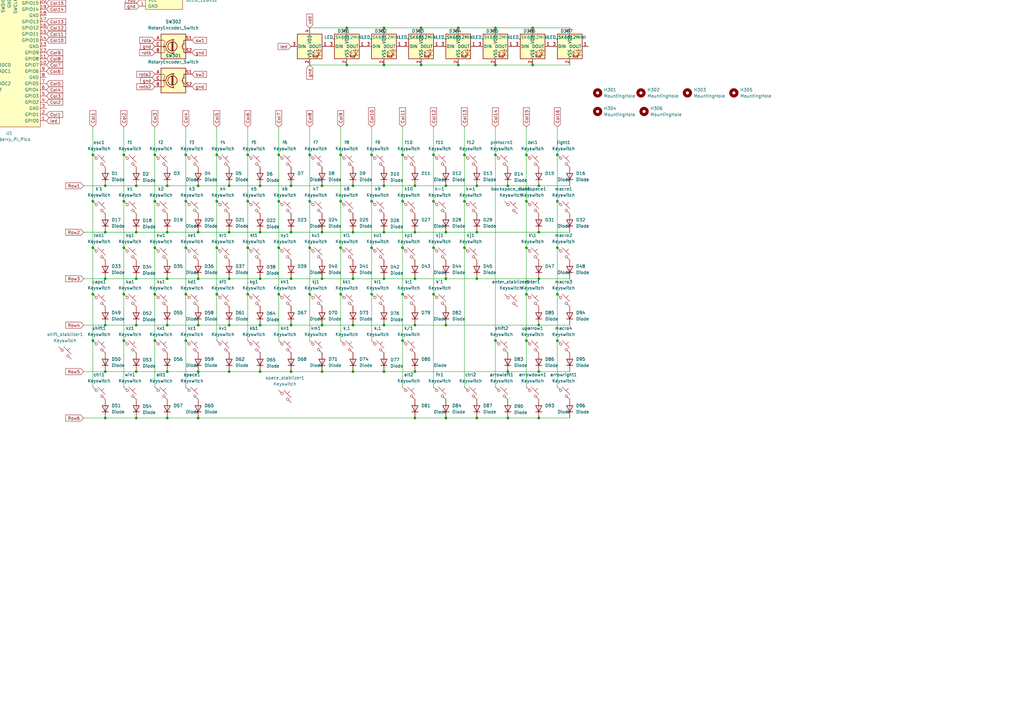
<source format=kicad_sch>
(kicad_sch (version 20231120) (generator "eeschema") (generator_version "8.0")
  (paper "A3")
  (lib_symbols
    (symbol "Device:RotaryEncoder_Switch" (pin_names (offset 0.254) hide)
      (property "Reference" "SW" (at 0 6.604 0))
      (property "Value" "RotaryEncoder_Switch" (at 0 -6.604 0))
      (symbol "RotaryEncoder_Switch_1_1"
        (pin passive line (at -7.62 2.54 0) (length 2.54) (name "A") (number "A"))
        (pin passive line (at -7.62 -2.54 0) (length 2.54) (name "B") (number "B"))
        (pin passive line (at -7.62 0 0) (length 2.54) (name "C") (number "C"))
        (pin passive line (at 7.62 2.54 180) (length 2.54) (name "S1") (number "S1"))
        (pin passive line (at 7.62 -2.54 180) (length 2.54) (name "S2") (number "S2"))
      )
    )
    (symbol "Interface_Expansion:MCP23017_SO" (pin_names (offset 1.016))
      (property "Reference" "U" (at -11.43 24.13 0))
      (property "Value" "MCP23017_SO" (at 0 0 0))
      (symbol "MCP23017_SO_1_1"
        (pin bidirectional line (at 17.78 20.32 180) (length 5.08) (name "GPB0") (number "1"))
        (pin power_in line (at 0 -27.94 90) (length 5.08) (name "VSS") (number "10"))
        (pin no_connect line (at -12.7 15.24 0) (length 5.08) hide (name "NC") (number "11"))
        (pin input line (at -17.78 17.78 0) (length 5.08) (name "SCK") (number "12"))
        (pin bidirectional line (at -17.78 20.32 0) (length 5.08) (name "SDA") (number "13"))
        (pin no_connect line (at -12.7 12.7 0) (length 5.08) hide (name "NC") (number "14"))
        (pin input line (at -17.78 -20.32 0) (length 5.08) (name "A0") (number "15"))
        (pin input line (at -17.78 -17.78 0) (length 5.08) (name "A1") (number "16"))
        (pin input line (at -17.78 -15.24 0) (length 5.08) (name "A2") (number "17"))
        (pin input line (at -17.78 -2.54 0) (length 5.08) (name "~{RESET}") (number "18"))
        (pin tri_state line (at -17.78 5.08 0) (length 5.08) (name "INTB") (number "19"))
        (pin bidirectional line (at 17.78 17.78 180) (length 5.08) (name "GPB1") (number "2"))
        (pin tri_state line (at -17.78 2.54 0) (length 5.08) (name "INTA") (number "20"))
        (pin bidirectional line (at 17.78 -2.54 180) (length 5.08) (name "GPA0") (number "21"))
        (pin bidirectional line (at 17.78 -5.08 180) (length 5.08) (name "GPA1") (number "22"))
        (pin bidirectional line (at 17.78 -7.62 180) (length 5.08) (name "GPA2") (number "23"))
        (pin bidirectional line (at 17.78 -10.16 180) (length 5.08) (name "GPA3") (number "24"))
        (pin bidirectional line (at 17.78 -12.7 180) (length 5.08) (name "GPA4") (number "25"))
        (pin bidirectional line (at 17.78 -15.24 180) (length 5.08) (name "GPA5") (number "26"))
        (pin bidirectional line (at 17.78 -17.78 180) (length 5.08) (name "GPA6") (number "27"))
        (pin bidirectional line (at 17.78 -20.32 180) (length 5.08) (name "GPA7") (number "28"))
        (pin bidirectional line (at 17.78 15.24 180) (length 5.08) (name "GPB2") (number "3"))
        (pin bidirectional line (at 17.78 12.7 180) (length 5.08) (name "GPB3") (number "4"))
        (pin bidirectional line (at 17.78 10.16 180) (length 5.08) (name "GPB4") (number "5"))
        (pin bidirectional line (at 17.78 7.62 180) (length 5.08) (name "GPB5") (number "6"))
        (pin bidirectional line (at 17.78 5.08 180) (length 5.08) (name "GPB6") (number "7"))
        (pin bidirectional line (at 17.78 2.54 180) (length 5.08) (name "GPB7") (number "8"))
        (pin power_in line (at 0 27.94 270) (length 5.08) (name "VDD") (number "9"))
      )
    )
    (symbol "Mechanical:MountingHole" (pin_names (offset 1.016)) (exclude_from_sim yes) (in_bom no)
      (property "Reference" "H" (at 0 5.08 0))
      (property "Value" "MountingHole" (at 0 3.175 0))
    )
    (symbol "ScottoKeebs:LED_SK6812MINI" (pin_names (offset 0.254))
      (property "Reference" "D" (at 5.08 5.715 0))
      (property "Value" "LED_SK6812MINI" (at 1.27 -5.715 0))
      (symbol "LED_SK6812MINI_0_0"
        (text "RGB" (at 2.286 -4.191 0) (effects (font (size 0.762 0.762))))
      )
      (symbol "LED_SK6812MINI_1_1"
        (pin output line (at 7.62 0 180) (length 2.54) (name "DOUT") (number "1"))
        (pin power_in line (at 0 -7.62 90) (length 2.54) (name "VSS") (number "2"))
        (pin input line (at -7.62 0 0) (length 2.54) (name "DIN") (number "3"))
        (pin power_in line (at 0 7.62 270) (length 2.54) (name "VDD") (number "4"))
      )
    )
    (symbol "ScottoKeebs:MCU_Raspberry_Pi_Pico"
      (property "Reference" "U" (at 0 0 0))
      (property "Value" "Raspberry_Pi_Pico" (at 0 27.94 0))
      (symbol "MCU_Raspberry_Pi_Pico_1_1"
        (pin bidirectional line (at -15.24 24.13 0) (length 2.54) (name "GPIO0") (number "1"))
        (pin bidirectional line (at -15.24 1.27 0) (length 2.54) (name "GPIO7") (number "10"))
        (pin bidirectional line (at -15.24 -1.27 0) (length 2.54) (name "GPIO8") (number "11"))
        (pin bidirectional line (at -15.24 -3.81 0) (length 2.54) (name "GPIO9") (number "12"))
        (pin power_in line (at -15.24 -6.35 0) (length 2.54) (name "GND") (number "13"))
        (pin bidirectional line (at -15.24 -8.89 0) (length 2.54) (name "GPIO10") (number "14"))
        (pin bidirectional line (at -15.24 -11.43 0) (length 2.54) (name "GPIO11") (number "15"))
        (pin bidirectional line (at -15.24 -13.97 0) (length 2.54) (name "GPIO12") (number "16"))
        (pin bidirectional line (at -15.24 -16.51 0) (length 2.54) (name "GPIO13") (number "17"))
        (pin power_in line (at -15.24 -19.05 0) (length 2.54) (name "GND") (number "18"))
        (pin bidirectional line (at -15.24 -21.59 0) (length 2.54) (name "GPIO14") (number "19"))
        (pin bidirectional line (at -15.24 21.59 0) (length 2.54) (name "GPIO1") (number "2"))
        (pin bidirectional line (at -15.24 -24.13 0) (length 2.54) (name "GPIO15") (number "20"))
        (pin bidirectional line (at 15.24 -24.13 180) (length 2.54) (name "GPIO16") (number "21"))
        (pin bidirectional line (at 15.24 -21.59 180) (length 2.54) (name "GPIO17") (number "22"))
        (pin power_in line (at 15.24 -19.05 180) (length 2.54) (name "GND") (number "23"))
        (pin bidirectional line (at 15.24 -16.51 180) (length 2.54) (name "GPIO18") (number "24"))
        (pin bidirectional line (at 15.24 -13.97 180) (length 2.54) (name "GPIO19") (number "25"))
        (pin bidirectional line (at 15.24 -11.43 180) (length 2.54) (name "GPIO20") (number "26"))
        (pin bidirectional line (at 15.24 -8.89 180) (length 2.54) (name "GPIO21") (number "27"))
        (pin power_in line (at 15.24 -6.35 180) (length 2.54) (name "GND") (number "28"))
        (pin bidirectional line (at 15.24 -3.81 180) (length 2.54) (name "GPIO22") (number "29"))
        (pin power_in line (at -15.24 19.05 0) (length 2.54) (name "GND") (number "3"))
        (pin input line (at 15.24 -1.27 180) (length 2.54) (name "RUN") (number "30"))
        (pin bidirectional line (at 15.24 1.27 180) (length 2.54) (name "GPIO26_ADC0") (number "31"))
        (pin bidirectional line (at 15.24 3.81 180) (length 2.54) (name "GPIO27_ADC1") (number "32"))
        (pin power_in line (at 15.24 6.35 180) (length 2.54) (name "AGND") (number "33"))
        (pin bidirectional line (at 15.24 8.89 180) (length 2.54) (name "GPIO28_ADC2") (number "34"))
        (pin power_in line (at 15.24 11.43 180) (length 2.54) (name "ADC_VREF") (number "35"))
        (pin power_in line (at 15.24 13.97 180) (length 2.54) (name "3V3") (number "36"))
        (pin input line (at 15.24 16.51 180) (length 2.54) (name "3V3_EN") (number "37"))
        (pin bidirectional line (at 15.24 19.05 180) (length 2.54) (name "GND") (number "38"))
        (pin power_in line (at 15.24 21.59 180) (length 2.54) (name "VSYS") (number "39"))
        (pin bidirectional line (at -15.24 16.51 0) (length 2.54) (name "GPIO2") (number "4"))
        (pin power_in line (at 15.24 24.13 180) (length 2.54) (name "VBUS") (number "40"))
        (pin input line (at -2.54 -29.21 90) (length 2.54) (name "SWCLK") (number "41"))
        (pin power_in line (at 0 -29.21 90) (length 2.54) (name "GND") (number "42"))
        (pin bidirectional line (at 2.54 -29.21 90) (length 2.54) (name "SWDIO") (number "43"))
        (pin bidirectional line (at -15.24 13.97 0) (length 2.54) (name "GPIO3") (number "5"))
        (pin bidirectional line (at -15.24 11.43 0) (length 2.54) (name "GPIO4") (number "6"))
        (pin bidirectional line (at -15.24 8.89 0) (length 2.54) (name "GPIO5") (number "7"))
        (pin power_in line (at -15.24 6.35 0) (length 2.54) (name "GND") (number "8"))
        (pin bidirectional line (at -15.24 3.81 0) (length 2.54) (name "GPIO6") (number "9"))
      )
    )
    (symbol "ScottoKeebs:OLED_128x32" (pin_names (offset 1.016))
      (property "Reference" "J" (at 0 -6.35 0))
      (property "Value" "OLED_128x32" (at 0 6.35 0))
      (symbol "OLED_128x32_1_1"
        (pin power_in line (at -2.54 -3.81 0) (length 2.54) (name "GND") (number "1"))
        (pin power_in line (at -2.54 -1.27 0) (length 2.54) (name "VCC") (number "2"))
        (pin input clock (at -2.54 1.27 0) (length 2.54) (name "SCL") (number "3"))
        (pin bidirectional line (at -2.54 3.81 0) (length 2.54) (name "SDA") (number "4"))
      )
    )
    (symbol "ScottoKeebs:Placeholder_Diode" (pin_numbers hide) (pin_names hide)
      (property "Reference" "D" (at 0 2.54 0))
      (property "Value" "Diode" (at 0 -2.54 0))
      (symbol "Placeholder_Diode_1_1"
        (pin passive line (at -3.81 0 0) (length 2.54) (name "K") (number "1"))
        (pin passive line (at 3.81 0 180) (length 2.54) (name "A") (number "2"))
      )
    )
    (symbol "ScottoKeebs:Placeholder_Keyswitch" (pin_numbers hide) (pin_names (offset 1.016) hide)
      (property "Reference" "S" (at 3.048 1.016 0))
      (property "Value" "Keyswitch" (at 0 -3.81 0))
      (symbol "Placeholder_Keyswitch_0_1"
        (pin passive line (at -2.54 2.54 0) (length 0) (name "1") (number "1"))
        (pin passive line (at 2.54 -2.54 180) (length 0) (name "2") (number "2"))
      )
    )
  )
  (junction (at 165.1 120.65))
  (junction (at 114.3 82.55))
  (junction (at 220.98 76.2))
  (junction (at 228.6 101.6))
  (junction (at 119.38 133.35))
  (junction (at 165.1 101.6))
  (junction (at 114.3 120.65))
  (junction (at 93.98 95.25))
  (junction (at 203.2 11.43))
  (junction (at 106.68 133.35))
  (junction (at 208.28 152.4))
  (junction (at 132.08 76.2))
  (junction (at 215.9 139.7))
  (junction (at 208.28 171.45))
  (junction (at 119.38 76.2))
  (junction (at 81.28 76.2))
  (junction (at 81.28 152.4))
  (junction (at 139.7 82.55))
  (junction (at 55.88 152.4))
  (junction (at 190.5 63.5))
  (junction (at 203.2 63.5))
  (junction (at 88.9 101.6))
  (junction (at 101.6 101.6))
  (junction (at 139.7 63.5))
  (junction (at 93.98 152.4))
  (junction (at 220.98 152.4))
  (junction (at 170.18 114.3))
  (junction (at 228.6 139.7))
  (junction (at 93.98 114.3))
  (junction (at 172.72 26.67))
  (junction (at 81.28 114.3))
  (junction (at 76.2 63.5))
  (junction (at 132.08 95.25))
  (junction (at 157.48 76.2))
  (junction (at 157.48 114.3))
  (junction (at 170.18 95.25))
  (junction (at 215.9 120.65))
  (junction (at 215.9 63.5))
  (junction (at 106.68 76.2))
  (junction (at 50.8 82.55))
  (junction (at 68.58 133.35))
  (junction (at 68.58 114.3))
  (junction (at 215.9 82.55))
  (junction (at 68.58 171.45))
  (junction (at 152.4 63.5))
  (junction (at 190.5 82.55))
  (junction (at 76.2 139.7))
  (junction (at 203.2 26.67))
  (junction (at 127 82.55))
  (junction (at 152.4 120.65))
  (junction (at 187.96 26.67))
  (junction (at 50.8 101.6))
  (junction (at 55.88 76.2))
  (junction (at 220.98 114.3))
  (junction (at 55.88 95.25))
  (junction (at 63.5 82.55))
  (junction (at 144.78 152.4))
  (junction (at 170.18 133.35))
  (junction (at 43.18 114.3))
  (junction (at 101.6 82.55))
  (junction (at 195.58 114.3))
  (junction (at 218.44 26.67))
  (junction (at 43.18 95.25))
  (junction (at 157.48 26.67))
  (junction (at 93.98 133.35))
  (junction (at -40.64 40.64))
  (junction (at 177.8 120.65))
  (junction (at 81.28 95.25))
  (junction (at 63.5 63.5))
  (junction (at 132.08 152.4))
  (junction (at 220.98 171.45))
  (junction (at 114.3 63.5))
  (junction (at 127 63.5))
  (junction (at 132.08 114.3))
  (junction (at 157.48 11.43))
  (junction (at 43.18 76.2))
  (junction (at 203.2 139.7))
  (junction (at 63.5 139.7))
  (junction (at 152.4 101.6))
  (junction (at 68.58 152.4))
  (junction (at 170.18 76.2))
  (junction (at 165.1 139.7))
  (junction (at 127 120.65))
  (junction (at 187.96 11.43))
  (junction (at 182.88 114.3))
  (junction (at 50.8 63.5))
  (junction (at 106.68 114.3))
  (junction (at 81.28 171.45))
  (junction (at 106.68 95.25))
  (junction (at 208.28 76.2))
  (junction (at 88.9 82.55))
  (junction (at 218.44 11.43))
  (junction (at 119.38 152.4))
  (junction (at 76.2 101.6))
  (junction (at 142.24 11.43))
  (junction (at 182.88 133.35))
  (junction (at 38.1 120.65))
  (junction (at 119.38 95.25))
  (junction (at 88.9 63.5))
  (junction (at 228.6 120.65))
  (junction (at 76.2 82.55))
  (junction (at 177.8 82.55))
  (junction (at 38.1 63.5))
  (junction (at 81.28 133.35))
  (junction (at 93.98 76.2))
  (junction (at 68.58 76.2))
  (junction (at 55.88 133.35))
  (junction (at 38.1 101.6))
  (junction (at 220.98 95.25))
  (junction (at 132.08 133.35))
  (junction (at 63.5 101.6))
  (junction (at 195.58 76.2))
  (junction (at 144.78 133.35))
  (junction (at 195.58 171.45))
  (junction (at 106.68 152.4))
  (junction (at 38.1 82.55))
  (junction (at 182.88 171.45))
  (junction (at 157.48 133.35))
  (junction (at 43.18 133.35))
  (junction (at 63.5 120.65))
  (junction (at 38.1 139.7))
  (junction (at 50.8 139.7))
  (junction (at 182.88 95.25))
  (junction (at 177.8 63.5))
  (junction (at 220.98 133.35))
  (junction (at 144.78 76.2))
  (junction (at 177.8 101.6))
  (junction (at 139.7 101.6))
  (junction (at 170.18 171.45))
  (junction (at 172.72 11.43))
  (junction (at 152.4 82.55))
  (junction (at 215.9 101.6))
  (junction (at 165.1 82.55))
  (junction (at 119.38 114.3))
  (junction (at 55.88 114.3))
  (junction (at 43.18 171.45))
  (junction (at 50.8 120.65))
  (junction (at 144.78 114.3))
  (junction (at 195.58 95.25))
  (junction (at 139.7 120.65))
  (junction (at 228.6 63.5))
  (junction (at 144.78 95.25))
  (junction (at 43.18 152.4))
  (junction (at 157.48 152.4))
  (junction (at 182.88 76.2))
  (junction (at 114.3 101.6))
  (junction (at 127 101.6))
  (junction (at 88.9 120.65))
  (junction (at 101.6 63.5))
  (junction (at 101.6 120.65))
  (junction (at 76.2 120.65))
  (junction (at 228.6 82.55))
  (junction (at 190.5 101.6))
  (junction (at 157.48 95.25))
  (junction (at 142.24 26.67))
  (junction (at 68.58 95.25))
  (junction (at 55.88 171.45))
  (junction (at 170.18 152.4))
  (junction (at 165.1 63.5))
  (wire (pts (xy 152.4 52.07) (xy 152.4 63.5)))
  (wire (pts (xy 93.98 95.25) (xy 106.68 95.25)))
  (wire (pts (xy 172.72 26.67) (xy 187.96 26.67)))
  (wire (pts (xy 220.98 152.4) (xy 233.68 152.4)))
  (wire (pts (xy 93.98 152.4) (xy 106.68 152.4)))
  (wire (pts (xy 101.6 63.5) (xy 101.6 82.55)))
  (wire (pts (xy 119.38 114.3) (xy 132.08 114.3)))
  (wire (pts (xy 215.9 63.5) (xy 215.9 82.55)))
  (wire (pts (xy 68.58 133.35) (xy 81.28 133.35)))
  (wire (pts (xy 55.88 152.4) (xy 68.58 152.4)))
  (wire (pts (xy 114.3 63.5) (xy 114.3 82.55)))
  (wire (pts (xy 68.58 171.45) (xy 81.28 171.45)))
  (wire (pts (xy 144.78 95.25) (xy 157.48 95.25)))
  (wire (pts (xy 228.6 120.65) (xy 228.6 139.7)))
  (wire (pts (xy 76.2 139.7) (xy 76.2 158.75)))
  (wire (pts (xy 215.9 139.7) (xy 215.9 158.75)))
  (wire (pts (xy 215.9 101.6) (xy 215.9 120.65)))
  (wire (pts (xy 68.58 152.4) (xy 81.28 152.4)))
  (wire (pts (xy 106.68 152.4) (xy 119.38 152.4)))
  (wire (pts (xy 68.58 95.25) (xy 81.28 95.25)))
  (wire (pts (xy 127 11.43) (xy 142.24 11.43)))
  (wire (pts (xy 177.8 63.5) (xy 177.8 82.55)))
  (wire (pts (xy 106.68 133.35) (xy 119.38 133.35)))
  (wire (pts (xy 81.28 114.3) (xy 93.98 114.3)))
  (wire (pts (xy 76.2 52.07) (xy 76.2 63.5)))
  (wire (pts (xy 187.96 11.43) (xy 203.2 11.43)))
  (wire (pts (xy 190.5 63.5) (xy 190.5 82.55)))
  (wire (pts (xy 106.68 95.25) (xy 119.38 95.25)))
  (wire (pts (xy 228.6 101.6) (xy 228.6 120.65)))
  (wire (pts (xy 144.78 114.3) (xy 157.48 114.3)))
  (wire (pts (xy 203.2 11.43) (xy 218.44 11.43)))
  (wire (pts (xy 34.29 95.25) (xy 43.18 95.25)))
  (wire (pts (xy 127 101.6) (xy 127 120.65)))
  (wire (pts (xy 165.1 120.65) (xy 165.1 139.7)))
  (wire (pts (xy 203.2 63.5) (xy 203.2 139.7)))
  (wire (pts (xy 139.7 101.6) (xy 139.7 120.65)))
  (wire (pts (xy 34.29 133.35) (xy 43.18 133.35)))
  (wire (pts (xy 76.2 101.6) (xy 76.2 120.65)))
  (wire (pts (xy 38.1 101.6) (xy 38.1 120.65)))
  (wire (pts (xy 114.3 82.55) (xy 114.3 101.6)))
  (wire (pts (xy 182.88 95.25) (xy 195.58 95.25)))
  (wire (pts (xy 88.9 120.65) (xy 88.9 139.7)))
  (wire (pts (xy -40.64 40.64) (xy -36.83 40.64)))
  (wire (pts (xy 50.8 101.6) (xy 50.8 120.65)))
  (wire (pts (xy 114.3 101.6) (xy 114.3 120.65)))
  (wire (pts (xy 119.38 152.4) (xy 132.08 152.4)))
  (wire (pts (xy 76.2 82.55) (xy 76.2 101.6)))
  (wire (pts (xy 228.6 52.07) (xy 228.6 63.5)))
  (wire (pts (xy 218.44 26.67) (xy 233.68 26.67)))
  (wire (pts (xy 139.7 82.55) (xy 139.7 101.6)))
  (wire (pts (xy 182.88 114.3) (xy 195.58 114.3)))
  (wire (pts (xy 114.3 120.65) (xy 114.3 139.7)))
  (wire (pts (xy 208.28 152.4) (xy 220.98 152.4)))
  (wire (pts (xy 132.08 133.35) (xy 144.78 133.35)))
  (wire (pts (xy 157.48 152.4) (xy 170.18 152.4)))
  (wire (pts (xy 63.5 120.65) (xy 63.5 139.7)))
  (wire (pts (xy 165.1 63.5) (xy 165.1 82.55)))
  (wire (pts (xy 195.58 76.2) (xy 208.28 76.2)))
  (wire (pts (xy 144.78 152.4) (xy 157.48 152.4)))
  (wire (pts (xy 170.18 171.45) (xy 182.88 171.45)))
  (wire (pts (xy 43.18 76.2) (xy 55.88 76.2)))
  (wire (pts (xy 63.5 52.07) (xy 63.5 63.5)))
  (wire (pts (xy 182.88 133.35) (xy 220.98 133.35)))
  (wire (pts (xy 50.8 139.7) (xy 50.8 158.75)))
  (wire (pts (xy 93.98 114.3) (xy 106.68 114.3)))
  (wire (pts (xy 55.88 95.25) (xy 68.58 95.25)))
  (wire (pts (xy 157.48 133.35) (xy 170.18 133.35)))
  (wire (pts (xy 152.4 82.55) (xy 152.4 101.6)))
  (wire (pts (xy 215.9 82.55) (xy 215.9 101.6)))
  (wire (pts (xy 177.8 101.6) (xy 177.8 120.65)))
  (wire (pts (xy 38.1 82.55) (xy 38.1 101.6)))
  (wire (pts (xy 119.38 76.2) (xy 132.08 76.2)))
  (wire (pts (xy 88.9 82.55) (xy 88.9 101.6)))
  (wire (pts (xy 55.88 114.3) (xy 68.58 114.3)))
  (wire (pts (xy 34.29 114.3) (xy 43.18 114.3)))
  (wire (pts (xy 220.98 76.2) (xy 233.68 76.2)))
  (wire (pts (xy -40.64 40.64) (xy -40.64 43.18)))
  (wire (pts (xy 127 26.67) (xy 142.24 26.67)))
  (wire (pts (xy 88.9 101.6) (xy 88.9 120.65)))
  (wire (pts (xy 63.5 82.55) (xy 63.5 101.6)))
  (wire (pts (xy 63.5 101.6) (xy 63.5 120.65)))
  (wire (pts (xy 119.38 95.25) (xy 132.08 95.25)))
  (wire (pts (xy 152.4 101.6) (xy 152.4 120.65)))
  (wire (pts (xy 177.8 52.07) (xy 177.8 63.5)))
  (wire (pts (xy 215.9 120.65) (xy 215.9 139.7)))
  (wire (pts (xy 157.48 114.3) (xy 170.18 114.3)))
  (wire (pts (xy 43.18 171.45) (xy 55.88 171.45)))
  (wire (pts (xy 38.1 139.7) (xy 38.1 158.75)))
  (wire (pts (xy 144.78 133.35) (xy 157.48 133.35)))
  (wire (pts (xy 55.88 133.35) (xy 68.58 133.35)))
  (wire (pts (xy 165.1 139.7) (xy 165.1 158.75)))
  (wire (pts (xy 203.2 52.07) (xy 203.2 63.5)))
  (wire (pts (xy 203.2 139.7) (xy 203.2 158.75)))
  (wire (pts (xy 55.88 171.45) (xy 68.58 171.45)))
  (wire (pts (xy 43.18 95.25) (xy 55.88 95.25)))
  (wire (pts (xy 50.8 63.5) (xy 50.8 82.55)))
  (wire (pts (xy -40.64 38.1) (xy -40.64 40.64)))
  (wire (pts (xy 68.58 114.3) (xy 81.28 114.3)))
  (wire (pts (xy 203.2 26.67) (xy 218.44 26.67)))
  (wire (pts (xy 101.6 101.6) (xy 101.6 120.65)))
  (wire (pts (xy 50.8 52.07) (xy 50.8 63.5)))
  (wire (pts (xy 38.1 52.07) (xy 38.1 63.5)))
  (wire (pts (xy 157.48 76.2) (xy 170.18 76.2)))
  (wire (pts (xy 81.28 133.35) (xy 93.98 133.35)))
  (wire (pts (xy 88.9 52.07) (xy 88.9 63.5)))
  (wire (pts (xy 190.5 52.07) (xy 190.5 63.5)))
  (wire (pts (xy 152.4 63.5) (xy 152.4 82.55)))
  (wire (pts (xy 81.28 76.2) (xy 93.98 76.2)))
  (wire (pts (xy 106.68 114.3) (xy 119.38 114.3)))
  (wire (pts (xy 81.28 171.45) (xy 170.18 171.45)))
  (wire (pts (xy 76.2 63.5) (xy 76.2 82.55)))
  (wire (pts (xy 220.98 133.35) (xy 233.68 133.35)))
  (wire (pts (xy 152.4 120.65) (xy 152.4 139.7)))
  (wire (pts (xy 139.7 63.5) (xy 139.7 82.55)))
  (wire (pts (xy 127 52.07) (xy 127 63.5)))
  (wire (pts (xy 157.48 95.25) (xy 170.18 95.25)))
  (wire (pts (xy 208.28 171.45) (xy 220.98 171.45)))
  (wire (pts (xy 63.5 139.7) (xy 63.5 158.75)))
  (wire (pts (xy 132.08 95.25) (xy 144.78 95.25)))
  (wire (pts (xy 43.18 114.3) (xy 55.88 114.3)))
  (wire (pts (xy 182.88 76.2) (xy 195.58 76.2)))
  (wire (pts (xy 127 63.5) (xy 127 82.55)))
  (wire (pts (xy 228.6 82.55) (xy 228.6 101.6)))
  (wire (pts (xy 34.29 76.2) (xy 43.18 76.2)))
  (wire (pts (xy 93.98 133.35) (xy 106.68 133.35)))
  (wire (pts (xy 101.6 52.07) (xy 101.6 63.5)))
  (wire (pts (xy 215.9 52.07) (xy 215.9 63.5)))
  (wire (pts (xy 114.3 52.07) (xy 114.3 63.5)))
  (wire (pts (xy 93.98 76.2) (xy 106.68 76.2)))
  (wire (pts (xy 190.5 82.55) (xy 190.5 101.6)))
  (wire (pts (xy 101.6 82.55) (xy 101.6 101.6)))
  (wire (pts (xy 119.38 133.35) (xy 132.08 133.35)))
  (wire (pts (xy 132.08 76.2) (xy 144.78 76.2)))
  (wire (pts (xy 139.7 52.07) (xy 139.7 63.5)))
  (wire (pts (xy 187.96 26.67) (xy 203.2 26.67)))
  (wire (pts (xy 172.72 11.43) (xy 187.96 11.43)))
  (wire (pts (xy 228.6 63.5) (xy 228.6 82.55)))
  (wire (pts (xy 127 82.55) (xy 127 101.6)))
  (wire (pts (xy 68.58 76.2) (xy 81.28 76.2)))
  (wire (pts (xy 195.58 114.3) (xy 220.98 114.3)))
  (wire (pts (xy 38.1 120.65) (xy 38.1 139.7)))
  (wire (pts (xy 195.58 95.25) (xy 220.98 95.25)))
  (wire (pts (xy 43.18 133.35) (xy 55.88 133.35)))
  (wire (pts (xy 38.1 63.5) (xy 38.1 82.55)))
  (wire (pts (xy 195.58 171.45) (xy 208.28 171.45)))
  (wire (pts (xy 63.5 63.5) (xy 63.5 82.55)))
  (wire (pts (xy 165.1 52.07) (xy 165.1 63.5)))
  (wire (pts (xy 139.7 120.65) (xy 139.7 139.7)))
  (wire (pts (xy 142.24 26.67) (xy 157.48 26.67)))
  (wire (pts (xy 76.2 120.65) (xy 76.2 139.7)))
  (wire (pts (xy 170.18 95.25) (xy 182.88 95.25)))
  (wire (pts (xy 81.28 152.4) (xy 93.98 152.4)))
  (wire (pts (xy 50.8 82.55) (xy 50.8 101.6)))
  (wire (pts (xy 132.08 114.3) (xy 144.78 114.3)))
  (wire (pts (xy 157.48 11.43) (xy 172.72 11.43)))
  (wire (pts (xy 34.29 171.45) (xy 43.18 171.45)))
  (wire (pts (xy 218.44 11.43) (xy 233.68 11.43)))
  (wire (pts (xy 177.8 120.65) (xy 177.8 158.75)))
  (wire (pts (xy 170.18 114.3) (xy 182.88 114.3)))
  (wire (pts (xy 228.6 139.7) (xy 228.6 158.75)))
  (wire (pts (xy 170.18 76.2) (xy 182.88 76.2)))
  (wire (pts (xy 101.6 120.65) (xy 101.6 139.7)))
  (wire (pts (xy 81.28 95.25) (xy 93.98 95.25)))
  (wire (pts (xy 165.1 82.55) (xy 165.1 101.6)))
  (wire (pts (xy 127 120.65) (xy 127 139.7)))
  (wire (pts (xy 182.88 171.45) (xy 195.58 171.45)))
  (wire (pts (xy 34.29 152.4) (xy 43.18 152.4)))
  (wire (pts (xy 55.88 76.2) (xy 68.58 76.2)))
  (wire (pts (xy 177.8 82.55) (xy 177.8 101.6)))
  (wire (pts (xy 132.08 152.4) (xy 144.78 152.4)))
  (wire (pts (xy 220.98 95.25) (xy 233.68 95.25)))
  (wire (pts (xy 220.98 171.45) (xy 233.68 171.45)))
  (wire (pts (xy 170.18 152.4) (xy 208.28 152.4)))
  (wire (pts (xy 208.28 76.2) (xy 220.98 76.2)))
  (wire (pts (xy 144.78 76.2) (xy 157.48 76.2)))
  (wire (pts (xy 50.8 120.65) (xy 50.8 139.7)))
  (wire (pts (xy 106.68 76.2) (xy 119.38 76.2)))
  (wire (pts (xy 170.18 133.35) (xy 182.88 133.35)))
  (wire (pts (xy 88.9 63.5) (xy 88.9 82.55)))
  (wire (pts (xy 220.98 114.3) (xy 233.68 114.3)))
  (wire (pts (xy 190.5 101.6) (xy 190.5 158.75)))
  (wire (pts (xy 43.18 152.4) (xy 55.88 152.4)))
  (wire (pts (xy 165.1 101.6) (xy 165.1 120.65)))
  (wire (pts (xy 157.48 26.67) (xy 172.72 26.67)))
  (wire (pts (xy 142.24 11.43) (xy 157.48 11.43)))
  (global_label "Row2" (shape input) (at 34.29 95.25 180) (property "Intersheetrefs" "${INTERSHEET_REFS}" (effects (hide yes))))
  (global_label "led" (shape input) (at 119.38 19.05 180) (property "Intersheetrefs" "${INTERSHEET_REFS}" (effects (hide yes))))
  (global_label "Row3" (shape input) (at 34.29 114.3 180) (property "Intersheetrefs" "${INTERSHEET_REFS}" (effects (hide yes))))
  (global_label "Col2" (shape input) (at 19.05 41.91 0) (property "Intersheetrefs" "${INTERSHEET_REFS}" (effects (hide yes))))
  (global_label "gnd" (shape input) (at 63.5 19.05 180) (property "Intersheetrefs" "${INTERSHEET_REFS}" (effects (hide yes))))
  (global_label "rota2" (shape input) (at 63.5 30.48 180) (property "Intersheetrefs" "${INTERSHEET_REFS}" (effects (hide yes))))
  (global_label "Row4" (shape input) (at -11.43 13.97 180) (property "Intersheetrefs" "${INTERSHEET_REFS}" (effects (hide yes))))
  (global_label "Col1" (shape input) (at 38.1 52.07 90) (property "Intersheetrefs" "${INTERSHEET_REFS}" (effects (hide yes))))
  (global_label "rota2" (shape input) (at -76.2 68.58 180) (property "Intersheetrefs" "${INTERSHEET_REFS}" (effects (hide yes))))
  (global_label "Col13" (shape input) (at 190.5 52.07 90) (property "Intersheetrefs" "${INTERSHEET_REFS}" (effects (hide yes))))
  (global_label "vdd" (shape input) (at -58.42 86.36 270) (property "Intersheetrefs" "${INTERSHEET_REFS}" (effects (hide yes))))
  (global_label "Col14" (shape input) (at 203.2 52.07 90) (property "Intersheetrefs" "${INTERSHEET_REFS}" (effects (hide yes))))
  (global_label "Col16" (shape input) (at -11.43 1.27 180) (property "Intersheetrefs" "${INTERSHEET_REFS}" (effects (hide yes))))
  (global_label "Col9" (shape input) (at 19.05 21.59 0) (property "Intersheetrefs" "${INTERSHEET_REFS}" (effects (hide yes))))
  (global_label "Col15" (shape input) (at 215.9 52.07 90) (property "Intersheetrefs" "${INTERSHEET_REFS}" (effects (hide yes))))
  (global_label "led" (shape input) (at 19.05 49.53 0) (property "Intersheetrefs" "${INTERSHEET_REFS}" (effects (hide yes))))
  (global_label "gnd" (shape input) (at -11.43 44.45 180) (property "Intersheetrefs" "${INTERSHEET_REFS}" (effects (hide yes))))
  (global_label "sda" (shape input) (at -40.64 78.74 0) (property "Intersheetrefs" "${INTERSHEET_REFS}" (effects (hide yes))))
  (global_label "Col10" (shape input) (at 152.4 52.07 90) (property "Intersheetrefs" "${INTERSHEET_REFS}" (effects (hide yes))))
  (global_label "Col7" (shape input) (at 19.05 26.67 0) (property "Intersheetrefs" "${INTERSHEET_REFS}" (effects (hide yes))))
  (global_label "Col1" (shape input) (at 19.05 46.99 0) (property "Intersheetrefs" "${INTERSHEET_REFS}" (effects (hide yes))))
  (global_label "Col6" (shape input) (at 101.6 52.07 90) (property "Intersheetrefs" "${INTERSHEET_REFS}" (effects (hide yes))))
  (global_label "Col11" (shape input) (at 19.05 13.97 0) (property "Intersheetrefs" "${INTERSHEET_REFS}" (effects (hide yes))))
  (global_label "gnd" (shape input) (at 78.74 21.59 0) (property "Intersheetrefs" "${INTERSHEET_REFS}" (effects (hide yes))))
  (global_label "Col6" (shape input) (at 19.05 29.21 0) (property "Intersheetrefs" "${INTERSHEET_REFS}" (effects (hide yes))))
  (global_label "vdd" (shape input) (at 57.15 0 180) (property "Intersheetrefs" "${INTERSHEET_REFS}" (effects (hide yes))))
  (global_label "Col4" (shape input) (at 19.05 36.83 0) (property "Intersheetrefs" "${INTERSHEET_REFS}" (effects (hide yes))))
  (global_label "scl" (shape input) (at -40.64 76.2 0) (property "Intersheetrefs" "${INTERSHEET_REFS}" (effects (hide yes))))
  (global_label "Col12" (shape input) (at 177.8 52.07 90) (property "Intersheetrefs" "${INTERSHEET_REFS}" (effects (hide yes))))
  (global_label "Col8" (shape input) (at 19.05 24.13 0) (property "Intersheetrefs" "${INTERSHEET_REFS}" (effects (hide yes))))
  (global_label "Row6" (shape input) (at -11.43 21.59 180) (property "Intersheetrefs" "${INTERSHEET_REFS}" (effects (hide yes))))
  (global_label "Row1" (shape input) (at -11.43 3.81 180) (property "Intersheetrefs" "${INTERSHEET_REFS}" (effects (hide yes))))
  (global_label "sw1" (shape input) (at 78.74 16.51 0) (property "Intersheetrefs" "${INTERSHEET_REFS}" (effects (hide yes))))
  (global_label "Col12" (shape input) (at 19.05 11.43 0) (property "Intersheetrefs" "${INTERSHEET_REFS}" (effects (hide yes))))
  (global_label "sda" (shape input) (at -11.43 26.67 180) (property "Intersheetrefs" "${INTERSHEET_REFS}" (effects (hide yes))))
  (global_label "gnd" (shape input) (at 63.5 33.02 180) (property "Intersheetrefs" "${INTERSHEET_REFS}" (effects (hide yes))))
  (global_label "sda" (shape input) (at 57.15 -5.08 180) (property "Intersheetrefs" "${INTERSHEET_REFS}" (effects (hide yes))))
  (global_label "rotb" (shape input) (at -76.2 71.12 180) (property "Intersheetrefs" "${INTERSHEET_REFS}" (effects (hide yes))))
  (global_label "Row5" (shape input) (at 34.29 152.4 180) (property "Intersheetrefs" "${INTERSHEET_REFS}" (effects (hide yes))))
  (global_label "gnd" (shape input) (at -36.83 40.64 0) (property "Intersheetrefs" "${INTERSHEET_REFS}" (effects (hide yes))))
  (global_label "gnd" (shape input) (at 57.15 2.54 180) (property "Intersheetrefs" "${INTERSHEET_REFS}" (effects (hide yes))))
  (global_label "gnd" (shape input) (at -58.42 30.48 90) (property "Intersheetrefs" "${INTERSHEET_REFS}" (effects (hide yes))))
  (global_label "Col15" (shape input) (at 19.05 1.27 0) (property "Intersheetrefs" "${INTERSHEET_REFS}" (effects (hide yes))))
  (global_label "scl" (shape input) (at -11.43 29.21 180) (property "Intersheetrefs" "${INTERSHEET_REFS}" (effects (hide yes))))
  (global_label "vdd" (shape input) (at 127 11.43 90) (property "Intersheetrefs" "${INTERSHEET_REFS}" (effects (hide yes))))
  (global_label "sw1" (shape input) (at -76.2 78.74 180) (property "Intersheetrefs" "${INTERSHEET_REFS}" (effects (hide yes))))
  (global_label "Col13" (shape input) (at 19.05 8.89 0) (property "Intersheetrefs" "${INTERSHEET_REFS}" (effects (hide yes))))
  (global_label "rotb" (shape input) (at 63.5 21.59 180) (property "Intersheetrefs" "${INTERSHEET_REFS}" (effects (hide yes))))
  (global_label "rota" (shape input) (at -76.2 73.66 180) (property "Intersheetrefs" "${INTERSHEET_REFS}" (effects (hide yes))))
  (global_label "Col11" (shape input) (at 165.1 52.07 90) (property "Intersheetrefs" "${INTERSHEET_REFS}" (effects (hide yes))))
  (global_label "Col10" (shape input) (at 19.05 16.51 0) (property "Intersheetrefs" "${INTERSHEET_REFS}" (effects (hide yes))))
  (global_label "rotb2" (shape input) (at -76.2 66.04 180) (property "Intersheetrefs" "${INTERSHEET_REFS}" (effects (hide yes))))
  (global_label "vdd" (shape input) (at -11.43 39.37 180) (property "Intersheetrefs" "${INTERSHEET_REFS}" (effects (hide yes))))
  (global_label "Row4" (shape input) (at 34.29 133.35 180) (property "Intersheetrefs" "${INTERSHEET_REFS}" (effects (hide yes))))
  (global_label "Col7" (shape input) (at 114.3 52.07 90) (property "Intersheetrefs" "${INTERSHEET_REFS}" (effects (hide yes))))
  (global_label "Row1" (shape input) (at 34.29 76.2 180) (property "Intersheetrefs" "${INTERSHEET_REFS}" (effects (hide yes))))
  (global_label "gnd" (shape input) (at 127 26.67 270) (property "Intersheetrefs" "${INTERSHEET_REFS}" (effects (hide yes))))
  (global_label "Col4" (shape input) (at 76.2 52.07 90) (property "Intersheetrefs" "${INTERSHEET_REFS}" (effects (hide yes))))
  (global_label "Col14" (shape input) (at 19.05 3.81 0) (property "Intersheetrefs" "${INTERSHEET_REFS}" (effects (hide yes))))
  (global_label "sw2" (shape input) (at 78.74 30.48 0) (property "Intersheetrefs" "${INTERSHEET_REFS}" (effects (hide yes))))
  (global_label "Row2" (shape input) (at -11.43 8.89 180) (property "Intersheetrefs" "${INTERSHEET_REFS}" (effects (hide yes))))
  (global_label "Row5" (shape input) (at -11.43 16.51 180) (property "Intersheetrefs" "${INTERSHEET_REFS}" (effects (hide yes))))
  (global_label "Row3" (shape input) (at -11.43 11.43 180) (property "Intersheetrefs" "${INTERSHEET_REFS}" (effects (hide yes))))
  (global_label "sw2" (shape input) (at -76.2 76.2 180) (property "Intersheetrefs" "${INTERSHEET_REFS}" (effects (hide yes))))
  (global_label "Col5" (shape input) (at 88.9 52.07 90) (property "Intersheetrefs" "${INTERSHEET_REFS}" (effects (hide yes))))
  (global_label "Col2" (shape input) (at 50.8 52.07 90) (property "Intersheetrefs" "${INTERSHEET_REFS}" (effects (hide yes))))
  (global_label "rota" (shape input) (at 63.5 16.51 180) (property "Intersheetrefs" "${INTERSHEET_REFS}" (effects (hide yes))))
  (global_label "Col3" (shape input) (at 19.05 39.37 0) (property "Intersheetrefs" "${INTERSHEET_REFS}" (effects (hide yes))))
  (global_label "Row6" (shape input) (at 34.29 171.45 180) (property "Intersheetrefs" "${INTERSHEET_REFS}" (effects (hide yes))))
  (global_label "Col16" (shape input) (at 228.6 52.07 90) (property "Intersheetrefs" "${INTERSHEET_REFS}" (effects (hide yes))))
  (global_label "Col8" (shape input) (at 127 52.07 90) (property "Intersheetrefs" "${INTERSHEET_REFS}" (effects (hide yes))))
  (global_label "Col3" (shape input) (at 63.5 52.07 90) (property "Intersheetrefs" "${INTERSHEET_REFS}" (effects (hide yes))))
  (global_label "rotb2" (shape input) (at 63.5 35.56 180) (property "Intersheetrefs" "${INTERSHEET_REFS}" (effects (hide yes))))
  (global_label "vdd" (shape input) (at -40.64 55.88 0) (property "Intersheetrefs" "${INTERSHEET_REFS}" (effects (hide yes))))
  (global_label "scl" (shape input) (at 57.15 -2.54 180) (property "Intersheetrefs" "${INTERSHEET_REFS}" (effects (hide yes))))
  (global_label "Col9" (shape input) (at 139.7 52.07 90) (property "Intersheetrefs" "${INTERSHEET_REFS}" (effects (hide yes))))
  (global_label "gnd" (shape input) (at 78.74 35.56 0) (property "Intersheetrefs" "${INTERSHEET_REFS}" (effects (hide yes))))
  (global_label "Col5" (shape input) (at 19.05 34.29 0) (property "Intersheetrefs" "${INTERSHEET_REFS}" (effects (hide yes))))
  (symbol (lib_id "ScottoKeebs:LED_SK6812MINI") (at 218.44 19.05 0) (unit 1)
    (property "Reference" "D307" (at 232.41 12.7314 0))
    (property "Value" "LED_SK6812MINI" (at 232.41 15.2714 0))
    (property "Footprint" "ScottoKeebs_Components:LED_SK6812MINI" (effects (hide yes)))
    (property "Datasheet" "https://cdn-shop.adafruit.com/product-files/2686/SK6812MINI_REV.01-1-2.pdf" (effects (hide yes)))
    (property "Description" "RGB LED with integrated controller" (effects (hide yes)))
  )
  (symbol (lib_id "Device:RotaryEncoder_Switch") (at 71.12 33.02 0) (unit 1)
    (property "Reference" "SW301" (at 71.12 22.86 0))
    (property "Value" "RotaryEncoder_Switch" (at 71.12 25.4 0))
    (property "Footprint" "Rotary_Encoder:RotaryEncoder_Alps_EC12E-Switch_Vertical_H20mm" (effects (hide yes)))
    (property "Description" "Rotary encoder, dual channel, incremental quadrate outputs, with switch" (effects (hide yes)))
  )
  (symbol (lib_id "ScottoKeebs:Placeholder_Diode") (at 208.28 148.59 90) (unit 1)
    (property "Reference" "D83" (at 210.82 147.3199 90) (effects (justify right)))
    (property "Value" "Diode" (at 210.82 149.8599 90) (effects (justify right)))
    (property "Footprint" "ScottoKeebs_Components:Diode_DO-35" (effects (hide yes)))
    (property "Description" "1N4148 (DO-35) or 1N4148W (SOD-123)" (effects (hide yes)))
    (property "Sim.Device" "D" (effects (hide yes)))
    (property "Sim.Pins" "1=K 2=A" (effects (hide yes)))
  )
  (symbol (lib_id "ScottoKeebs:Placeholder_Diode") (at 182.88 72.39 90) (unit 1)
    (property "Reference" "D12" (at 185.42 71.1199 90) (effects (justify right)))
    (property "Value" "Diode" (at 185.42 73.6599 90) (effects (justify right)))
    (property "Footprint" "ScottoKeebs_Components:Diode_DO-35" (effects (hide yes)))
    (property "Description" "1N4148 (DO-35) or 1N4148W (SOD-123)" (effects (hide yes)))
    (property "Sim.Device" "D" (effects (hide yes)))
    (property "Sim.Pins" "1=K 2=A" (effects (hide yes)))
  )
  (symbol (lib_id "ScottoKeebs:Placeholder_Diode") (at 55.88 72.39 90) (unit 1)
    (property "Reference" "D2" (at 58.42 71.374 90) (effects (justify right)))
    (property "Value" "Diode" (at 58.42 73.914 90) (effects (justify right)))
    (property "Footprint" "ScottoKeebs_Components:Diode_DO-35" (effects (hide yes)))
    (property "Description" "1N4148 (DO-35) or 1N4148W (SOD-123)" (effects (hide yes)))
    (property "Sim.Device" "D" (effects (hide yes)))
    (property "Sim.Pins" "1=K 2=A" (effects (hide yes)))
  )
  (symbol (lib_id "ScottoKeebs:Placeholder_Keyswitch") (at 53.34 142.24 0) (unit 1)
    (property "Reference" "kz1" (at 53.34 134.62 0))
    (property "Value" "Keyswitch" (at 53.34 137.16 0))
    (property "Footprint" "ScottoKeebs_MX:MX_PCB_1.00u" (effects (hide yes)))
    (property "Description" "Push button switch, normally open, two pins, 45° tilted" (effects (hide yes)))
  )
  (symbol (lib_id "ScottoKeebs:Placeholder_Diode") (at 220.98 167.64 90) (unit 1)
    (property "Reference" "D93" (at 223.52 166.3699 90) (effects (justify right)))
    (property "Value" "Diode" (at 228.6 168.9099 90) (effects (justify right)))
    (property "Footprint" "ScottoKeebs_Components:Diode_DO-35" (effects (hide yes)))
    (property "Description" "1N4148 (DO-35) or 1N4148W (SOD-123)" (effects (hide yes)))
    (property "Sim.Device" "D" (effects (hide yes)))
    (property "Sim.Pins" "1=K 2=A" (effects (hide yes)))
  )
  (symbol (lib_id "ScottoKeebs:Placeholder_Diode") (at 81.28 110.49 90) (unit 1)
    (property "Reference" "D36" (at 83.82 109.2199 90) (effects (justify right)))
    (property "Value" "Diode" (at 83.82 111.7599 90) (effects (justify right)))
    (property "Footprint" "ScottoKeebs_Components:Diode_DO-35" (effects (hide yes)))
    (property "Description" "1N4148 (DO-35) or 1N4148W (SOD-123)" (effects (hide yes)))
    (property "Sim.Device" "D" (effects (hide yes)))
    (property "Sim.Pins" "1=K 2=A" (effects (hide yes)))
  )
  (symbol (lib_id "ScottoKeebs:Placeholder_Diode") (at 157.48 110.49 90) (unit 1)
    (property "Reference" "D42" (at 160.02 109.474 90) (effects (justify right)))
    (property "Value" "Diode" (at 160.02 112.014 90) (effects (justify right)))
    (property "Footprint" "ScottoKeebs_Components:Diode_DO-35" (effects (hide yes)))
    (property "Description" "1N4148 (DO-35) or 1N4148W (SOD-123)" (effects (hide yes)))
    (property "Sim.Device" "D" (effects (hide yes)))
    (property "Sim.Pins" "1=K 2=A" (effects (hide yes)))
  )
  (symbol (lib_id "ScottoKeebs:Placeholder_Diode") (at 43.18 110.49 90) (unit 1)
    (property "Reference" "D33" (at 45.72 109.2199 90) (effects (justify right)))
    (property "Value" "Diode" (at 45.72 111.7599 90) (effects (justify right)))
    (property "Footprint" "ScottoKeebs_Components:Diode_DO-35" (effects (hide yes)))
    (property "Description" "1N4148 (DO-35) or 1N4148W (SOD-123)" (effects (hide yes)))
    (property "Sim.Device" "D" (effects (hide yes)))
    (property "Sim.Pins" "1=K 2=A" (effects (hide yes)))
  )
  (symbol (lib_id "ScottoKeebs:Placeholder_Diode") (at 144.78 148.59 90) (unit 1)
    (property "Reference" "D74" (at 147.32 147.3199 90) (effects (justify right)))
    (property "Value" "Diode" (at 147.32 149.8599 90) (effects (justify right)))
    (property "Footprint" "ScottoKeebs_Components:Diode_DO-35" (effects (hide yes)))
    (property "Description" "1N4148 (DO-35) or 1N4148W (SOD-123)" (effects (hide yes)))
    (property "Sim.Device" "D" (effects (hide yes)))
    (property "Sim.Pins" "1=K 2=A" (effects (hide yes)))
  )
  (symbol (lib_id "ScottoKeebs:Placeholder_Keyswitch") (at 167.64 66.04 0) (unit 1)
    (property "Reference" "f10" (at 167.64 58.42 0))
    (property "Value" "Keyswitch" (at 167.64 60.96 0))
    (property "Footprint" "ScottoKeebs_MX:MX_PCB_1.00u" (effects (hide yes)))
    (property "Description" "Push button switch, normally open, two pins, 45° tilted" (effects (hide yes)))
  )
  (symbol (lib_id "ScottoKeebs:Placeholder_Diode") (at 144.78 129.54 90) (unit 1)
    (property "Reference" "D73" (at 147.32 128.2699 90) (effects (justify right)))
    (property "Value" "Diode" (at 147.32 130.8099 90) (effects (justify right)))
    (property "Footprint" "ScottoKeebs_Components:Diode_DO-35" (effects (hide yes)))
    (property "Description" "1N4148 (DO-35) or 1N4148W (SOD-123)" (effects (hide yes)))
    (property "Sim.Device" "D" (effects (hide yes)))
    (property "Sim.Pins" "1=K 2=A" (effects (hide yes)))
  )
  (symbol (lib_id "Interface_Expansion:MCP23017_SO") (at -58.42 58.42 180) (unit 1)
    (property "Reference" "U301" (at -55.4035 31.75 0) (effects (justify right)))
    (property "Value" "MCP23017_SO" (at -55.4035 34.29 0) (effects (justify right)))
    (property "Footprint" "Package_SO:SOIC-28W_7.5x17.9mm_P1.27mm" (effects (hide yes)))
    (property "Datasheet" "http://ww1.microchip.com/downloads/en/DeviceDoc/20001952C.pdf" (effects (hide yes)))
    (property "Description" "16-bit I/O expander, I2C, interrupts, w pull-ups, SOIC-28" (effects (hide yes)))
  )
  (symbol (lib_id "ScottoKeebs:Placeholder_Keyswitch") (at 40.64 142.24 0) (unit 1)
    (property "Reference" "shift1" (at 40.64 134.62 0))
    (property "Value" "Keyswitch" (at 40.64 137.16 0))
    (property "Footprint" "ScottoKeebs_MX:MX_PCB_2.25u" (effects (hide yes)))
    (property "Description" "Push button switch, normally open, two pins, 45° tilted" (effects (hide yes)))
  )
  (symbol (lib_id "ScottoKeebs:Placeholder_Diode") (at 182.88 167.64 90) (unit 1)
    (property "Reference" "D84" (at 185.42 166.3699 90) (effects (justify right)))
    (property "Value" "Diode" (at 185.42 168.9099 90) (effects (justify right)))
    (property "Footprint" "ScottoKeebs_Components:Diode_DO-35" (effects (hide yes)))
    (property "Description" "1N4148 (DO-35) or 1N4148W (SOD-123)" (effects (hide yes)))
    (property "Sim.Device" "D" (effects (hide yes)))
    (property "Sim.Pins" "1=K 2=A" (effects (hide yes)))
  )
  (symbol (lib_id "ScottoKeebs:Placeholder_Keyswitch") (at 142.24 104.14 0) (unit 1)
    (property "Reference" "ki1" (at 142.24 96.52 0))
    (property "Value" "Keyswitch" (at 142.24 99.06 0))
    (property "Footprint" "ScottoKeebs_MX:MX_PCB_1.00u" (effects (hide yes)))
    (property "Description" "Push button switch, normally open, two pins, 45° tilted" (effects (hide yes)))
  )
  (symbol (lib_id "ScottoKeebs:Placeholder_Keyswitch") (at 129.54 142.24 0) (unit 1)
    (property "Reference" "km1" (at 129.54 134.62 0))
    (property "Value" "Keyswitch" (at 129.54 137.16 0))
    (property "Footprint" "ScottoKeebs_MX:MX_PCB_1.00u" (effects (hide yes)))
    (property "Description" "Push button switch, normally open, two pins, 45° tilted" (effects (hide yes)))
  )
  (symbol (lib_id "ScottoKeebs:Placeholder_Keyswitch") (at 66.04 66.04 0) (unit 1)
    (property "Reference" "f2" (at 66.04 58.42 0))
    (property "Value" "Keyswitch" (at 66.04 60.96 0))
    (property "Footprint" "ScottoKeebs_MX:MX_PCB_1.00u" (effects (hide yes)))
    (property "Description" "Push button switch, normally open, two pins, 45° tilted" (effects (hide yes)))
  )
  (symbol (lib_id "ScottoKeebs:Placeholder_Keyswitch") (at 205.74 161.29 0) (unit 1)
    (property "Reference" "arrowleft1" (at 205.74 153.67 0))
    (property "Value" "Keyswitch" (at 205.74 156.21 0))
    (property "Footprint" "ScottoKeebs_MX:MX_PCB_1.00u" (effects (hide yes)))
    (property "Description" "Push button switch, normally open, two pins, 45° tilted" (effects (hide yes)))
  )
  (symbol (lib_id "ScottoKeebs:Placeholder_Diode") (at 55.88 167.64 90) (unit 1)
    (property "Reference" "D54" (at 58.42 166.624 90) (effects (justify right)))
    (property "Value" "Diode" (at 58.42 169.164 90) (effects (justify right)))
    (property "Footprint" "ScottoKeebs_Components:Diode_DO-35" (effects (hide yes)))
    (property "Description" "1N4148 (DO-35) or 1N4148W (SOD-123)" (effects (hide yes)))
    (property "Sim.Device" "D" (effects (hide yes)))
    (property "Sim.Pins" "1=K 2=A" (effects (hide yes)))
  )
  (symbol (lib_id "ScottoKeebs:Placeholder_Keyswitch") (at 209.55 123.19 0) (unit 1)
    (property "Reference" "enter_stablizer1" (at 209.55 115.57 0))
    (property "Value" "Keyswitch" (at 209.55 118.11 0))
    (property "Footprint" "ScottoKeebs_Stabilizer:Stabilizer_MX_2.00u" (effects (hide yes)))
    (property "Description" "Push button switch, normally open, two pins, 45° tilted" (effects (hide yes)))
  )
  (symbol (lib_id "ScottoKeebs:Placeholder_Keyswitch") (at 231.14 104.14 0) (unit 1)
    (property "Reference" "macro2" (at 231.14 96.52 0))
    (property "Value" "Keyswitch" (at 231.14 99.06 0))
    (property "Footprint" "ScottoKeebs_MX:MX_PCB_1.00u" (effects (hide yes)))
    (property "Description" "Push button switch, normally open, two pins, 45° tilted" (effects (hide yes)))
  )
  (symbol (lib_id "ScottoKeebs:Placeholder_Keyswitch") (at 78.74 123.19 0) (unit 1)
    (property "Reference" "kd1" (at 78.74 115.57 0))
    (property "Value" "Keyswitch" (at 78.74 118.11 0))
    (property "Footprint" "ScottoKeebs_MX:MX_PCB_1.00u" (effects (hide yes)))
    (property "Description" "Push button switch, normally open, two pins, 45° tilted" (effects (hide yes)))
  )
  (symbol (lib_id "ScottoKeebs:Placeholder_Diode") (at 119.38 110.49 90) (unit 1)
    (property "Reference" "D39" (at 121.92 109.2199 90) (effects (justify right)))
    (property "Value" "Diode" (at 127 111.7599 90) (effects (justify right)))
    (property "Footprint" "ScottoKeebs_Components:Diode_DO-35" (effects (hide yes)))
    (property "Description" "1N4148 (DO-35) or 1N4148W (SOD-123)" (effects (hide yes)))
    (property "Sim.Device" "D" (effects (hide yes)))
    (property "Sim.Pins" "1=K 2=A" (effects (hide yes)))
  )
  (symbol (lib_id "ScottoKeebs:Placeholder_Diode") (at 106.68 129.54 90) (unit 1)
    (property "Reference" "D64" (at 109.22 128.524 90) (effects (justify right)))
    (property "Value" "Diode" (at 109.22 131.064 90) (effects (justify right)))
    (property "Footprint" "ScottoKeebs_Components:Diode_DO-35" (effects (hide yes)))
    (property "Description" "1N4148 (DO-35) or 1N4148W (SOD-123)" (effects (hide yes)))
    (property "Sim.Device" "D" (effects (hide yes)))
    (property "Sim.Pins" "1=K 2=A" (effects (hide yes)))
  )
  (symbol (lib_id "ScottoKeebs:Placeholder_Keyswitch") (at 53.34 123.19 0) (unit 1)
    (property "Reference" "ka1" (at 53.34 115.57 0))
    (property "Value" "Keyswitch" (at 53.34 118.11 0))
    (property "Footprint" "ScottoKeebs_MX:MX_PCB_1.00u" (effects (hide yes)))
    (property "Description" "Push button switch, normally open, two pins, 45° tilted" (effects (hide yes)))
  )
  (symbol (lib_id "ScottoKeebs:Placeholder_Diode") (at 43.18 148.59 90) (unit 1)
    (property "Reference" "D50" (at 45.72 147.3199 90) (effects (justify right)))
    (property "Value" "Diode" (at 45.72 149.8599 90) (effects (justify right)))
    (property "Footprint" "ScottoKeebs_Components:Diode_DO-35" (effects (hide yes)))
    (property "Description" "1N4148 (DO-35) or 1N4148W (SOD-123)" (effects (hide yes)))
    (property "Sim.Device" "D" (effects (hide yes)))
    (property "Sim.Pins" "1=K 2=A" (effects (hide yes)))
  )
  (symbol (lib_id "ScottoKeebs:Placeholder_Diode") (at 93.98 129.54 90) (unit 1)
    (property "Reference" "D61" (at 96.52 128.2699 90) (effects (justify right)))
    (property "Value" "Diode" (at 96.52 130.8099 90) (effects (justify right)))
    (property "Footprint" "ScottoKeebs_Components:Diode_DO-35" (effects (hide yes)))
    (property "Description" "1N4148 (DO-35) or 1N4148W (SOD-123)" (effects (hide yes)))
    (property "Sim.Device" "D" (effects (hide yes)))
    (property "Sim.Pins" "1=K 2=A" (effects (hide yes)))
  )
  (symbol (lib_id "ScottoKeebs:Placeholder_Keyswitch") (at 193.04 66.04 0) (unit 1)
    (property "Reference" "f12" (at 193.04 58.42 0))
    (property "Value" "Keyswitch" (at 193.04 60.96 0))
    (property "Footprint" "ScottoKeebs_MX:MX_PCB_1.00u" (effects (hide yes)))
    (property "Description" "Push button switch, normally open, two pins, 45° tilted" (effects (hide yes)))
  )
  (symbol (lib_id "ScottoKeebs:Placeholder_Diode") (at 132.08 129.54 90) (unit 1)
    (property "Reference" "D70" (at 134.62 128.2699 90) (effects (justify right)))
    (property "Value" "Diode" (at 134.62 130.8099 90) (effects (justify right)))
    (property "Footprint" "ScottoKeebs_Components:Diode_DO-35" (effects (hide yes)))
    (property "Description" "1N4148 (DO-35) or 1N4148W (SOD-123)" (effects (hide yes)))
    (property "Sim.Device" "D" (effects (hide yes)))
    (property "Sim.Pins" "1=K 2=A" (effects (hide yes)))
  )
  (symbol (lib_id "Mechanical:MountingHole") (at 245.11 38.1 0) (unit 1) (exclude_from_sim yes) (in_bom no)
    (property "Reference" "H301" (at 247.65 36.8299 0) (effects (justify left)))
    (property "Value" "MountingHole" (at 247.65 39.3699 0) (effects (justify left)))
    (property "Footprint" "MountingHole:MountingHole_2.2mm_M2" (effects (hide yes)))
    (property "Description" "Mounting Hole without connection" (effects (hide yes)))
  )
  (symbol (lib_id "ScottoKeebs:Placeholder_Keyswitch") (at 40.64 161.29 0) (unit 1)
    (property "Reference" "ctrl1" (at 40.64 153.67 0))
    (property "Value" "Keyswitch" (at 40.64 156.21 0))
    (property "Footprint" "ScottoKeebs_MX:MX_PCB_1.25u" (effects (hide yes)))
    (property "Description" "Push button switch, normally open, two pins, 45° tilted" (effects (hide yes)))
  )
  (symbol (lib_id "ScottoKeebs:Placeholder_Keyswitch") (at 53.34 85.09 0) (unit 1)
    (property "Reference" "k1" (at 53.34 77.47 0))
    (property "Value" "Keyswitch" (at 53.34 80.01 0))
    (property "Footprint" "ScottoKeebs_MX:MX_PCB_1.00u" (effects (hide yes)))
    (property "Description" "Push button switch, normally open, two pins, 45° tilted" (effects (hide yes)))
  )
  (symbol (lib_id "ScottoKeebs:Placeholder_Keyswitch") (at 205.74 142.24 0) (unit 1)
    (property "Reference" "shift2" (at 205.74 134.62 0))
    (property "Value" "Keyswitch" (at 205.74 137.16 0))
    (property "Footprint" "ScottoKeebs_MX:MX_PCB_1.75u" (effects (hide yes)))
    (property "Description" "Push button switch, normally open, two pins, 45° tilted" (effects (hide yes)))
  )
  (symbol (lib_id "ScottoKeebs:Placeholder_Keyswitch") (at 231.14 123.19 0) (unit 1)
    (property "Reference" "macro3" (at 231.14 115.57 0))
    (property "Value" "Keyswitch" (at 231.14 118.11 0))
    (property "Footprint" "ScottoKeebs_MX:MX_PCB_1.00u" (effects (hide yes)))
    (property "Description" "Push button switch, normally open, two pins, 45° tilted" (effects (hide yes)))
  )
  (symbol (lib_id "ScottoKeebs:Placeholder_Keyswitch") (at 154.94 142.24 0) (unit 1)
    (property "Reference" "k.1" (at 154.94 134.62 0))
    (property "Value" "Keyswitch" (at 154.94 137.16 0))
    (property "Footprint" "ScottoKeebs_MX:MX_PCB_1.00u" (effects (hide yes)))
    (property "Description" "Push button switch, normally open, two pins, 45° tilted" (effects (hide yes)))
  )
  (symbol (lib_id "ScottoKeebs:Placeholder_Keyswitch") (at 116.84 66.04 0) (unit 1)
    (property "Reference" "f6" (at 116.84 58.42 0))
    (property "Value" "Keyswitch" (at 116.84 60.96 0))
    (property "Footprint" "ScottoKeebs_MX:MX_PCB_1.00u" (effects (hide yes)))
    (property "Description" "Push button switch, normally open, two pins, 45° tilted" (effects (hide yes)))
  )
  (symbol (lib_id "ScottoKeebs:Placeholder_Keyswitch") (at 180.34 123.19 0) (unit 1)
    (property "Reference" "k'1" (at 180.34 115.57 0))
    (property "Value" "Keyswitch" (at 180.34 118.11 0))
    (property "Footprint" "ScottoKeebs_MX:MX_PCB_1.00u" (effects (hide yes)))
    (property "Description" "Push button switch, normally open, two pins, 45° tilted" (effects (hide yes)))
  )
  (symbol (lib_id "ScottoKeebs:Placeholder_Diode") (at 208.28 167.64 90) (unit 1)
    (property "Reference" "D90" (at 210.82 166.624 90) (effects (justify right)))
    (property "Value" "Diode" (at 210.82 169.164 90) (effects (justify right)))
    (property "Footprint" "ScottoKeebs_Components:Diode_DO-35" (effects (hide yes)))
    (property "Description" "1N4148 (DO-35) or 1N4148W (SOD-123)" (effects (hide yes)))
    (property "Sim.Device" "D" (effects (hide yes)))
    (property "Sim.Pins" "1=K 2=A" (effects (hide yes)))
  )
  (symbol (lib_id "ScottoKeebs:Placeholder_Diode") (at 233.68 72.39 90) (unit 1)
    (property "Reference" "D16" (at 236.22 71.1199 90) (effects (justify right)))
    (property "Value" "Diode" (at 236.22 73.6599 90) (effects (justify right)))
    (property "Footprint" "ScottoKeebs_Components:Diode_DO-35" (effects (hide yes)))
    (property "Description" "1N4148 (DO-35) or 1N4148W (SOD-123)" (effects (hide yes)))
    (property "Sim.Device" "D" (effects (hide yes)))
    (property "Sim.Pins" "1=K 2=A" (effects (hide yes)))
  )
  (symbol (lib_id "ScottoKeebs:Placeholder_Diode") (at 68.58 167.64 90) (unit 1)
    (property "Reference" "D57" (at 71.12 166.3699 90) (effects (justify right)))
    (property "Value" "Diode" (at 76.2 168.9099 90) (effects (justify right)))
    (property "Footprint" "ScottoKeebs_Components:Diode_DO-35" (effects (hide yes)))
    (property "Description" "1N4148 (DO-35) or 1N4148W (SOD-123)" (effects (hide yes)))
    (property "Sim.Device" "D" (effects (hide yes)))
    (property "Sim.Pins" "1=K 2=A" (effects (hide yes)))
  )
  (symbol (lib_id "ScottoKeebs:Placeholder_Diode") (at 68.58 91.44 90) (unit 1)
    (property "Reference" "D19" (at 71.12 90.1699 90) (effects (justify right)))
    (property "Value" "Diode" (at 76.2 92.7099 90) (effects (justify right)))
    (property "Footprint" "ScottoKeebs_Components:Diode_DO-35" (effects (hide yes)))
    (property "Description" "1N4148 (DO-35) or 1N4148W (SOD-123)" (effects (hide yes)))
    (property "Sim.Device" "D" (effects (hide yes)))
    (property "Sim.Pins" "1=K 2=A" (effects (hide yes)))
  )
  (symbol (lib_id "Device:RotaryEncoder_Switch") (at 71.12 19.05 0) (unit 1)
    (property "Reference" "SW302" (at 71.12 8.89 0))
    (property "Value" "RotaryEncoder_Switch" (at 71.12 11.43 0))
    (property "Footprint" "Rotary_Encoder:RotaryEncoder_Alps_EC12E-Switch_Vertical_H20mm" (effects (hide yes)))
    (property "Description" "Rotary encoder, dual channel, incremental quadrate outputs, with switch" (effects (hide yes)))
  )
  (symbol (lib_id "ScottoKeebs:MCU_Raspberry_Pi_Pico") (at 3.81 25.4 180) (unit 1)
    (property "Reference" "U1" (at 3.81 54.61 0))
    (property "Value" "Raspberry_Pi_Pico" (at 3.81 57.15 0))
    (property "Footprint" "ScottoKeebs_MCU:Raspberry_Pi_Pico" (effects (hide yes)))
  )
  (symbol (lib_id "ScottoKeebs:Placeholder_Diode") (at 55.88 110.49 90) (unit 1)
    (property "Reference" "D34" (at 58.42 109.474 90) (effects (justify right)))
    (property "Value" "Diode" (at 58.42 112.014 90) (effects (justify right)))
    (property "Footprint" "ScottoKeebs_Components:Diode_DO-35" (effects (hide yes)))
    (property "Description" "1N4148 (DO-35) or 1N4148W (SOD-123)" (effects (hide yes)))
    (property "Sim.Device" "D" (effects (hide yes)))
    (property "Sim.Pins" "1=K 2=A" (effects (hide yes)))
  )
  (symbol (lib_id "ScottoKeebs:Placeholder_Keyswitch") (at 142.24 85.09 0) (unit 1)
    (property "Reference" "k8" (at 142.24 77.47 0))
    (property "Value" "Keyswitch" (at 142.24 80.01 0))
    (property "Footprint" "ScottoKeebs_MX:MX_PCB_1.00u" (effects (hide yes)))
    (property "Description" "Push button switch, normally open, two pins, 45° tilted" (effects (hide yes)))
  )
  (symbol (lib_id "ScottoKeebs:Placeholder_Keyswitch") (at 231.14 85.09 0) (unit 1)
    (property "Reference" "macro1" (at 231.14 77.47 0))
    (property "Value" "Keyswitch" (at 231.14 80.01 0))
    (property "Footprint" "ScottoKeebs_MX:MX_PCB_1.00u" (effects (hide yes)))
    (property "Description" "Push button switch, normally open, two pins, 45° tilted" (effects (hide yes)))
  )
  (symbol (lib_id "ScottoKeebs:Placeholder_Diode") (at 43.18 72.39 90) (unit 1)
    (property "Reference" "D1" (at 45.72 71.1199 90) (effects (justify right)))
    (property "Value" "Diode" (at 45.72 73.6599 90) (effects (justify right)))
    (property "Footprint" "ScottoKeebs_Components:Diode_DO-35" (effects (hide yes)))
    (property "Description" "1N4148 (DO-35) or 1N4148W (SOD-123)" (effects (hide yes)))
    (property "Sim.Device" "D" (effects (hide yes)))
    (property "Sim.Pins" "1=K 2=A" (effects (hide yes)))
  )
  (symbol (lib_id "ScottoKeebs:Placeholder_Diode") (at 144.78 72.39 90) (unit 1)
    (property "Reference" "D9" (at 147.32 71.1199 90) (effects (justify right)))
    (property "Value" "Diode" (at 147.32 73.6599 90) (effects (justify right)))
    (property "Footprint" "ScottoKeebs_Components:Diode_DO-35" (effects (hide yes)))
    (property "Description" "1N4148 (DO-35) or 1N4148W (SOD-123)" (effects (hide yes)))
    (property "Sim.Device" "D" (effects (hide yes)))
    (property "Sim.Pins" "1=K 2=A" (effects (hide yes)))
  )
  (symbol (lib_id "ScottoKeebs:Placeholder_Keyswitch") (at 78.74 161.29 0) (unit 1)
    (property "Reference" "space1" (at 78.74 153.67 0))
    (property "Value" "Keyswitch" (at 78.74 156.21 0))
    (property "Footprint" "ScottoKeebs_MX:MX_PCB_6.25u" (effects (hide yes)))
    (property "Description" "Push button switch, normally open, two pins, 45° tilted" (effects (hide yes)))
  )
  (symbol (lib_id "ScottoKeebs:Placeholder_Keyswitch") (at 66.04 85.09 0) (unit 1)
    (property "Reference" "k2" (at 66.04 77.47 0))
    (property "Value" "Keyswitch" (at 66.04 80.01 0))
    (property "Footprint" "ScottoKeebs_MX:MX_PCB_1.00u" (effects (hide yes)))
    (property "Description" "Push button switch, normally open, two pins, 45° tilted" (effects (hide yes)))
  )
  (symbol (lib_id "ScottoKeebs:Placeholder_Diode") (at 170.18 72.39 90) (unit 1)
    (property "Reference" "D11" (at 172.72 71.1199 90) (effects (justify right)))
    (property "Value" "Diode" (at 177.8 73.6599 90) (effects (justify right)))
    (property "Footprint" "ScottoKeebs_Components:Diode_DO-35" (effects (hide yes)))
    (property "Description" "1N4148 (DO-35) or 1N4148W (SOD-123)" (effects (hide yes)))
    (property "Sim.Device" "D" (effects (hide yes)))
    (property "Sim.Pins" "1=K 2=A" (effects (hide yes)))
  )
  (symbol (lib_id "ScottoKeebs:Placeholder_Keyswitch") (at 40.64 104.14 0) (unit 1)
    (property "Reference" "tab1" (at 40.64 96.52 0))
    (property "Value" "Keyswitch" (at 40.64 99.06 0))
    (property "Footprint" "ScottoKeebs_MX:MX_PCB_1.50u" (effects (hide yes)))
    (property "Description" "Push button switch, normally open, two pins, 45° tilted" (effects (hide yes)))
  )
  (symbol (lib_id "ScottoKeebs:Placeholder_Keyswitch") (at 40.64 123.19 0) (unit 1)
    (property "Reference" "caps1" (at 40.64 115.57 0))
    (property "Value" "Keyswitch" (at 40.64 118.11 0))
    (property "Footprint" "ScottoKeebs_MX:MX_PCB_1.75u" (effects (hide yes)))
    (property "Description" "Push button switch, normally open, two pins, 45° tilted" (effects (hide yes)))
  )
  (symbol (lib_id "Mechanical:MountingHole") (at 262.89 38.1 0) (unit 1) (exclude_from_sim yes) (in_bom no)
    (property "Reference" "H302" (at 265.43 36.8299 0) (effects (justify left)))
    (property "Value" "MountingHole" (at 265.43 39.3699 0) (effects (justify left)))
    (property "Footprint" "MountingHole:MountingHole_2.2mm_M2" (effects (hide yes)))
    (property "Description" "Mounting Hole without connection" (effects (hide yes)))
  )
  (symbol (lib_id "ScottoKeebs:Placeholder_Diode") (at 43.18 129.54 90) (unit 1)
    (property "Reference" "D49" (at 45.72 128.2699 90) (effects (justify right)))
    (property "Value" "Diode" (at 45.72 130.8099 90) (effects (justify right)))
    (property "Footprint" "ScottoKeebs_Components:Diode_DO-35" (effects (hide yes)))
    (property "Description" "1N4148 (DO-35) or 1N4148W (SOD-123)" (effects (hide yes)))
    (property "Sim.Device" "D" (effects (hide yes)))
    (property "Sim.Pins" "1=K 2=A" (effects (hide yes)))
  )
  (symbol (lib_id "ScottoKeebs:Placeholder_Diode") (at 233.68 148.59 90) (unit 1)
    (property "Reference" "D95" (at 236.22 147.3199 90) (effects (justify right)))
    (property "Value" "Diode" (at 236.22 149.8599 90) (effects (justify right)))
    (property "Footprint" "ScottoKeebs_Components:Diode_DO-35" (effects (hide yes)))
    (property "Description" "1N4148 (DO-35) or 1N4148W (SOD-123)" (effects (hide yes)))
    (property "Sim.Device" "D" (effects (hide yes)))
    (property "Sim.Pins" "1=K 2=A" (effects (hide yes)))
  )
  (symbol (lib_id "ScottoKeebs:Placeholder_Diode") (at 106.68 110.49 90) (unit 1)
    (property "Reference" "D38" (at 109.22 109.474 90) (effects (justify right)))
    (property "Value" "Diode" (at 109.22 112.014 90) (effects (justify right)))
    (property "Footprint" "ScottoKeebs_Components:Diode_DO-35" (effects (hide yes)))
    (property "Description" "1N4148 (DO-35) or 1N4148W (SOD-123)" (effects (hide yes)))
    (property "Sim.Device" "D" (effects (hide yes)))
    (property "Sim.Pins" "1=K 2=A" (effects (hide yes)))
  )
  (symbol (lib_id "ScottoKeebs:Placeholder_Keyswitch") (at 66.04 123.19 0) (unit 1)
    (property "Reference" "ks1" (at 66.04 115.57 0))
    (property "Value" "Keyswitch" (at 66.04 118.11 0))
    (property "Footprint" "ScottoKeebs_MX:MX_PCB_1.00u" (effects (hide yes)))
    (property "Description" "Push button switch, normally open, two pins, 45° tilted" (effects (hide yes)))
  )
  (symbol (lib_id "ScottoKeebs:Placeholder_Diode") (at 170.18 148.59 90) (unit 1)
    (property "Reference" "D80" (at 172.72 147.3199 90) (effects (justify right)))
    (property "Value" "Diode" (at 177.8 149.8599 90) (effects (justify right)))
    (property "Footprint" "ScottoKeebs_Components:Diode_DO-35" (effects (hide yes)))
    (property "Description" "1N4148 (DO-35) or 1N4148W (SOD-123)" (effects (hide yes)))
    (property "Sim.Device" "D" (effects (hide yes)))
    (property "Sim.Pins" "1=K 2=A" (effects (hide yes)))
  )
  (symbol (lib_id "ScottoKeebs:Placeholder_Diode") (at 81.28 148.59 90) (unit 1)
    (property "Reference" "D59" (at 83.82 147.3199 90) (effects (justify right)))
    (property "Value" "Diode" (at 83.82 149.8599 90) (effects (justify right)))
    (property "Footprint" "ScottoKeebs_Components:Diode_DO-35" (effects (hide yes)))
    (property "Description" "1N4148 (DO-35) or 1N4148W (SOD-123)" (effects (hide yes)))
    (property "Sim.Device" "D" (effects (hide yes)))
    (property "Sim.Pins" "1=K 2=A" (effects (hide yes)))
  )
  (symbol (lib_id "ScottoKeebs:Placeholder_Diode") (at 68.58 148.59 90) (unit 1)
    (property "Reference" "D56" (at 71.12 147.3199 90) (effects (justify right)))
    (property "Value" "Diode" (at 76.2 149.8599 90) (effects (justify right)))
    (property "Footprint" "ScottoKeebs_Components:Diode_DO-35" (effects (hide yes)))
    (property "Description" "1N4148 (DO-35) or 1N4148W (SOD-123)" (effects (hide yes)))
    (property "Sim.Device" "D" (effects (hide yes)))
    (property "Sim.Pins" "1=K 2=A" (effects (hide yes)))
  )
  (symbol (lib_id "ScottoKeebs:Placeholder_Keyswitch") (at 116.84 85.09 0) (unit 1)
    (property "Reference" "k6" (at 116.84 77.47 0))
    (property "Value" "Keyswitch" (at 116.84 80.01 0))
    (property "Footprint" "ScottoKeebs_MX:MX_PCB_1.00u" (effects (hide yes)))
    (property "Description" "Push button switch, normally open, two pins, 45° tilted" (effects (hide yes)))
  )
  (symbol (lib_id "ScottoKeebs:LED_SK6812MINI") (at 233.68 19.05 0) (unit 1)
    (property "Reference" "D308" (effects (hide yes)))
    (property "Value" "LED_SK6812MINI" (effects (hide yes)))
    (property "Footprint" "ScottoKeebs_Components:LED_SK6812MINI" (effects (hide yes)))
    (property "Datasheet" "https://cdn-shop.adafruit.com/product-files/2686/SK6812MINI_REV.01-1-2.pdf" (effects (hide yes)))
    (property "Description" "RGB LED with integrated controller" (effects (hide yes)))
  )
  (symbol (lib_id "Mechanical:MountingHole") (at 300.99 38.1 0) (unit 1) (exclude_from_sim yes) (in_bom no)
    (property "Reference" "H305" (at 303.53 36.8299 0) (effects (justify left)))
    (property "Value" "MountingHole" (at 303.53 39.3699 0) (effects (justify left)))
    (property "Footprint" "MountingHole:MountingHole_2.2mm_M2" (effects (hide yes)))
    (property "Description" "Mounting Hole without connection" (effects (hide yes)))
  )
  (symbol (lib_id "ScottoKeebs:Placeholder_Diode") (at 132.08 72.39 90) (unit 1)
    (property "Reference" "D8" (at 134.62 71.1199 90) (effects (justify right)))
    (property "Value" "Diode" (at 134.62 73.6599 90) (effects (justify right)))
    (property "Footprint" "ScottoKeebs_Components:Diode_DO-35" (effects (hide yes)))
    (property "Description" "1N4148 (DO-35) or 1N4148W (SOD-123)" (effects (hide yes)))
    (property "Sim.Device" "D" (effects (hide yes)))
    (property "Sim.Pins" "1=K 2=A" (effects (hide yes)))
  )
  (symbol (lib_id "ScottoKeebs:Placeholder_Diode") (at 93.98 91.44 90) (unit 1)
    (property "Reference" "D21" (at 96.52 90.1699 90) (effects (justify right)))
    (property "Value" "Diode" (at 96.52 92.7099 90) (effects (justify right)))
    (property "Footprint" "ScottoKeebs_Components:Diode_DO-35" (effects (hide yes)))
    (property "Description" "1N4148 (DO-35) or 1N4148W (SOD-123)" (effects (hide yes)))
    (property "Sim.Device" "D" (effects (hide yes)))
    (property "Sim.Pins" "1=K 2=A" (effects (hide yes)))
  )
  (symbol (lib_id "ScottoKeebs:Placeholder_Keyswitch") (at 66.04 104.14 0) (unit 1)
    (property "Reference" "kw1" (at 66.04 96.52 0))
    (property "Value" "Keyswitch" (at 66.04 99.06 0))
    (property "Footprint" "ScottoKeebs_MX:MX_PCB_1.00u" (effects (hide yes)))
    (property "Description" "Push button switch, normally open, two pins, 45° tilted" (effects (hide yes)))
  )
  (symbol (lib_id "ScottoKeebs:Placeholder_Keyswitch") (at 193.04 104.14 0) (unit 1)
    (property "Reference" "k]1" (at 193.04 96.52 0))
    (property "Value" "Keyswitch" (at 193.04 99.06 0))
    (property "Footprint" "ScottoKeebs_MX:MX_PCB_1.00u" (effects (hide yes)))
    (property "Description" "Push button switch, normally open, two pins, 45° tilted" (effects (hide yes)))
  )
  (symbol (lib_id "ScottoKeebs:Placeholder_Diode") (at 119.38 72.39 90) (unit 1)
    (property "Reference" "D7" (at 121.92 71.1199 90) (effects (justify right)))
    (property "Value" "Diode" (at 127 73.6599 90) (effects (justify right)))
    (property "Footprint" "ScottoKeebs_Components:Diode_DO-35" (effects (hide yes)))
    (property "Description" "1N4148 (DO-35) or 1N4148W (SOD-123)" (effects (hide yes)))
    (property "Sim.Device" "D" (effects (hide yes)))
    (property "Sim.Pins" "1=K 2=A" (effects (hide yes)))
  )
  (symbol (lib_id "ScottoKeebs:Placeholder_Keyswitch") (at 218.44 161.29 0) (unit 1)
    (property "Reference" "arrowdown1" (at 218.44 153.67 0))
    (property "Value" "Keyswitch" (at 218.44 156.21 0))
    (property "Footprint" "ScottoKeebs_MX:MX_PCB_1.00u" (effects (hide yes)))
    (property "Description" "Push button switch, normally open, two pins, 45° tilted" (effects (hide yes)))
  )
  (symbol (lib_id "ScottoKeebs:Placeholder_Keyswitch") (at 180.34 104.14 0) (unit 1)
    (property "Reference" "k[1" (at 180.34 96.52 0))
    (property "Value" "Keyswitch" (at 180.34 99.06 0))
    (property "Footprint" "ScottoKeebs_MX:MX_PCB_1.00u" (effects (hide yes)))
    (property "Description" "Push button switch, normally open, two pins, 45° tilted" (effects (hide yes)))
  )
  (symbol (lib_id "ScottoKeebs:Placeholder_Diode") (at 81.28 129.54 90) (unit 1)
    (property "Reference" "D58" (at 83.82 128.2699 90) (effects (justify right)))
    (property "Value" "Diode" (at 83.82 130.8099 90) (effects (justify right)))
    (property "Footprint" "ScottoKeebs_Components:Diode_DO-35" (effects (hide yes)))
    (property "Description" "1N4148 (DO-35) or 1N4148W (SOD-123)" (effects (hide yes)))
    (property "Sim.Device" "D" (effects (hide yes)))
    (property "Sim.Pins" "1=K 2=A" (effects (hide yes)))
  )
  (symbol (lib_id "ScottoKeebs:Placeholder_Diode") (at 170.18 129.54 90) (unit 1)
    (property "Reference" "D79" (at 172.72 128.2699 90) (effects (justify right)))
    (property "Value" "Diode" (at 177.8 130.8099 90) (effects (justify right)))
    (property "Footprint" "ScottoKeebs_Components:Diode_DO-35" (effects (hide yes)))
    (property "Description" "1N4148 (DO-35) or 1N4148W (SOD-123)" (effects (hide yes)))
    (property "Sim.Device" "D" (effects (hide yes)))
    (property "Sim.Pins" "1=K 2=A" (effects (hide yes)))
  )
  (symbol (lib_id "ScottoKeebs:Placeholder_Keyswitch") (at 231.14 161.29 0) (unit 1)
    (property "Reference" "arrowright1" (at 231.14 153.67 0))
    (property "Value" "Keyswitch" (at 231.14 156.21 0))
    (property "Footprint" "ScottoKeebs_MX:MX_PCB_1.00u" (effects (hide yes)))
    (property "Description" "Push button switch, normally open, two pins, 45° tilted" (effects (hide yes)))
  )
  (symbol (lib_id "ScottoKeebs:Placeholder_Keyswitch") (at 40.64 85.09 0) (unit 1)
    (property "Reference" "k`1" (at 40.64 77.47 0))
    (property "Value" "Keyswitch" (at 40.64 80.01 0))
    (property "Footprint" "ScottoKeebs_MX:MX_PCB_1.00u" (effects (hide yes)))
    (property "Description" "Push button switch, normally open, two pins, 45° tilted" (effects (hide yes)))
  )
  (symbol (lib_id "ScottoKeebs:Placeholder_Diode") (at 106.68 148.59 90) (unit 1)
    (property "Reference" "D65" (at 109.22 147.574 90) (effects (justify right)))
    (property "Value" "Diode" (at 109.22 150.114 90) (effects (justify right)))
    (property "Footprint" "ScottoKeebs_Components:Diode_DO-35" (effects (hide yes)))
    (property "Description" "1N4148 (DO-35) or 1N4148W (SOD-123)" (effects (hide yes)))
    (property "Sim.Device" "D" (effects (hide yes)))
    (property "Sim.Pins" "1=K 2=A" (effects (hide yes)))
  )
  (symbol (lib_id "ScottoKeebs:Placeholder_Diode") (at 220.98 129.54 90) (unit 1)
    (property "Reference" "D85" (at 223.52 128.2699 90) (effects (justify right)))
    (property "Value" "Diode" (at 223.52 130.8099 90) (effects (justify right)))
    (property "Footprint" "ScottoKeebs_Components:Diode_DO-35" (effects (hide yes)))
    (property "Description" "1N4148 (DO-35) or 1N4148W (SOD-123)" (effects (hide yes)))
    (property "Sim.Device" "D" (effects (hide yes)))
    (property "Sim.Pins" "1=K 2=A" (effects (hide yes)))
  )
  (symbol (lib_id "ScottoKeebs:Placeholder_Diode") (at 220.98 110.49 90) (unit 1)
    (property "Reference" "D47" (at 223.52 109.2199 90) (effects (justify right)))
    (property "Value" "Diode" (at 228.6 111.7599 90) (effects (justify right)))
    (property "Footprint" "ScottoKeebs_Components:Diode_DO-35" (effects (hide yes)))
    (property "Description" "1N4148 (DO-35) or 1N4148W (SOD-123)" (effects (hide yes)))
    (property "Sim.Device" "D" (effects (hide yes)))
    (property "Sim.Pins" "1=K 2=A" (effects (hide yes)))
  )
  (symbol (lib_id "ScottoKeebs:Placeholder_Diode") (at 119.38 129.54 90) (unit 1)
    (property "Reference" "D67" (at 121.92 128.2699 90) (effects (justify right)))
    (property "Value" "Diode" (at 127 130.8099 90) (effects (justify right)))
    (property "Footprint" "ScottoKeebs_Components:Diode_DO-35" (effects (hide yes)))
    (property "Description" "1N4148 (DO-35) or 1N4148W (SOD-123)" (effects (hide yes)))
    (property "Sim.Device" "D" (effects (hide yes)))
    (property "Sim.Pins" "1=K 2=A" (effects (hide yes)))
  )
  (symbol (lib_id "ScottoKeebs:Placeholder_Keyswitch") (at 104.14 66.04 0) (unit 1)
    (property "Reference" "f5" (at 104.14 58.42 0))
    (property "Value" "Keyswitch" (at 104.14 60.96 0))
    (property "Footprint" "ScottoKeebs_MX:MX_PCB_1.00u" (effects (hide yes)))
    (property "Description" "Push button switch, normally open, two pins, 45° tilted" (effects (hide yes)))
  )
  (symbol (lib_id "ScottoKeebs:Placeholder_Keyswitch") (at 167.64 123.19 0) (unit 1)
    (property "Reference" "k;1" (at 167.64 115.57 0))
    (property "Value" "Keyswitch" (at 167.64 118.11 0))
    (property "Footprint" "ScottoKeebs_MX:MX_PCB_1.00u" (effects (hide yes)))
    (property "Description" "Push button switch, normally open, two pins, 45° tilted" (effects (hide yes)))
  )
  (symbol (lib_id "ScottoKeebs:Placeholder_Keyswitch") (at 218.44 123.19 0) (unit 1)
    (property "Reference" "enter1" (at 218.44 115.57 0))
    (property "Value" "Keyswitch" (at 218.44 118.11 0))
    (property "Footprint" "ScottoKeebs_MX:MX_PCB_2.25u" (effects (hide yes)))
    (property "Description" "Push button switch, normally open, two pins, 45° tilted" (effects (hide yes)))
  )
  (symbol (lib_id "ScottoKeebs:Placeholder_Keyswitch") (at 78.74 85.09 0) (unit 1)
    (property "Reference" "k3" (at 78.74 77.47 0))
    (property "Value" "Keyswitch" (at 78.74 80.01 0))
    (property "Footprint" "ScottoKeebs_MX:MX_PCB_1.00u" (effects (hide yes)))
    (property "Description" "Push button switch, normally open, two pins, 45° tilted" (effects (hide yes)))
  )
  (symbol (lib_id "ScottoKeebs:Placeholder_Keyswitch") (at 154.94 85.09 0) (unit 1)
    (property "Reference" "k9" (at 154.94 77.47 0))
    (property "Value" "Keyswitch" (at 154.94 80.01 0))
    (property "Footprint" "ScottoKeebs_MX:MX_PCB_1.00u" (effects (hide yes)))
    (property "Description" "Push button switch, normally open, two pins, 45° tilted" (effects (hide yes)))
  )
  (symbol (lib_id "ScottoKeebs:LED_SK6812MINI") (at 142.24 19.05 0) (unit 1)
    (property "Reference" "D302" (at 156.21 12.7314 0))
    (property "Value" "LED_SK6812MINI" (at 156.21 15.2714 0))
    (property "Footprint" "ScottoKeebs_Components:LED_SK6812MINI" (effects (hide yes)))
    (property "Datasheet" "https://cdn-shop.adafruit.com/product-files/2686/SK6812MINI_REV.01-1-2.pdf" (effects (hide yes)))
    (property "Description" "RGB LED with integrated controller" (effects (hide yes)))
  )
  (symbol (lib_id "ScottoKeebs:Placeholder_Keyswitch") (at 66.04 161.29 0) (unit 1)
    (property "Reference" "alt1" (at 66.04 153.67 0))
    (property "Value" "Keyswitch" (at 66.04 156.21 0))
    (property "Footprint" "ScottoKeebs_MX:MX_PCB_1.25u" (effects (hide yes)))
    (property "Description" "Push button switch, normally open, two pins, 45° tilted" (effects (hide yes)))
  )
  (symbol (lib_id "ScottoKeebs:Placeholder_Diode") (at 144.78 91.44 90) (unit 1)
    (property "Reference" "D25" (at 147.32 90.1699 90) (effects (justify right)))
    (property "Value" "Diode" (at 147.32 92.7099 90) (effects (justify right)))
    (property "Footprint" "ScottoKeebs_Components:Diode_DO-35" (effects (hide yes)))
    (property "Description" "1N4148 (DO-35) or 1N4148W (SOD-123)" (effects (hide yes)))
    (property "Sim.Device" "D" (effects (hide yes)))
    (property "Sim.Pins" "1=K 2=A" (effects (hide yes)))
  )
  (symbol (lib_id "ScottoKeebs:Placeholder_Diode") (at 220.98 148.59 90) (unit 1)
    (property "Reference" "D86" (at 223.52 147.3199 90) (effects (justify right)))
    (property "Value" "Diode" (at 223.52 149.8599 90) (effects (justify right)))
    (property "Footprint" "ScottoKeebs_Components:Diode_DO-35" (effects (hide yes)))
    (property "Description" "1N4148 (DO-35) or 1N4148W (SOD-123)" (effects (hide yes)))
    (property "Sim.Device" "D" (effects (hide yes)))
    (property "Sim.Pins" "1=K 2=A" (effects (hide yes)))
  )
  (symbol (lib_id "Mechanical:MountingHole") (at 281.94 38.1 0) (unit 1) (exclude_from_sim yes) (in_bom no)
    (property "Reference" "H303" (at 284.48 36.8299 0) (effects (justify left)))
    (property "Value" "MountingHole" (at 284.48 39.3699 0) (effects (justify left)))
    (property "Footprint" "MountingHole:MountingHole_2.2mm_M2" (effects (hide yes)))
    (property "Description" "Mounting Hole without connection" (effects (hide yes)))
  )
  (symbol (lib_id "ScottoKeebs:Placeholder_Keyswitch") (at 209.55 85.09 0) (unit 1)
    (property "Reference" "backspace_stab1" (at 209.55 77.47 0))
    (property "Value" "Keyswitch" (at 209.55 80.01 0))
    (property "Footprint" "ScottoKeebs_Stabilizer:Stabilizer_MX_2.00u" (effects (hide yes)))
    (property "Description" "Push button switch, normally open, two pins, 45° tilted" (effects (hide yes)))
  )
  (symbol (lib_id "ScottoKeebs:Placeholder_Keyswitch") (at 193.04 161.29 0) (unit 1)
    (property "Reference" "ctrl2" (at 193.04 153.67 0))
    (property "Value" "Keyswitch" (at 193.04 156.21 0))
    (property "Footprint" "ScottoKeebs_MX:MX_PCB_1.00u" (effects (hide yes)))
    (property "Description" "Push button switch, normally open, two pins, 45° tilted" (effects (hide yes)))
  )
  (symbol (lib_id "ScottoKeebs:Placeholder_Keyswitch") (at 78.74 104.14 0) (unit 1)
    (property "Reference" "ke1" (at 78.74 96.52 0))
    (property "Value" "Keyswitch" (at 78.74 99.06 0))
    (property "Footprint" "ScottoKeebs_MX:MX_PCB_1.00u" (effects (hide yes)))
    (property "Description" "Push button switch, normally open, two pins, 45° tilted" (effects (hide yes)))
  )
  (symbol (lib_id "ScottoKeebs:Placeholder_Diode") (at 132.08 91.44 90) (unit 1)
    (property "Reference" "D24" (at 134.62 90.1699 90) (effects (justify right)))
    (property "Value" "Diode" (at 134.62 92.7099 90) (effects (justify right)))
    (property "Footprint" "ScottoKeebs_Components:Diode_DO-35" (effects (hide yes)))
    (property "Description" "1N4148 (DO-35) or 1N4148W (SOD-123)" (effects (hide yes)))
    (property "Sim.Device" "D" (effects (hide yes)))
    (property "Sim.Pins" "1=K 2=A" (effects (hide yes)))
  )
  (symbol (lib_id "ScottoKeebs:Placeholder_Diode") (at 68.58 110.49 90) (unit 1)
    (property "Reference" "D35" (at 71.12 109.2199 90) (effects (justify right)))
    (property "Value" "Diode" (at 76.2 111.7599 90) (effects (justify right)))
    (property "Footprint" "ScottoKeebs_Components:Diode_DO-35" (effects (hide yes)))
    (property "Description" "1N4148 (DO-35) or 1N4148W (SOD-123)" (effects (hide yes)))
    (property "Sim.Device" "D" (effects (hide yes)))
    (property "Sim.Pins" "1=K 2=A" (effects (hide yes)))
  )
  (symbol (lib_id "ScottoKeebs:Placeholder_Diode") (at 55.88 129.54 90) (unit 1)
    (property "Reference" "D52" (at 58.42 128.524 90) (effects (justify right)))
    (property "Value" "Diode" (at 58.42 131.064 90) (effects (justify right)))
    (property "Footprint" "ScottoKeebs_Components:Diode_DO-35" (effects (hide yes)))
    (property "Description" "1N4148 (DO-35) or 1N4148W (SOD-123)" (effects (hide yes)))
    (property "Sim.Device" "D" (effects (hide yes)))
    (property "Sim.Pins" "1=K 2=A" (effects (hide yes)))
  )
  (symbol (lib_id "ScottoKeebs:Placeholder_Keyswitch") (at 180.34 66.04 0) (unit 1)
    (property "Reference" "f11" (at 180.34 58.42 0))
    (property "Value" "Keyswitch" (at 180.34 60.96 0))
    (property "Footprint" "ScottoKeebs_MX:MX_PCB_1.00u" (effects (hide yes)))
    (property "Description" "Push button switch, normally open, two pins, 45° tilted" (effects (hide yes)))
  )
  (symbol (lib_id "ScottoKeebs:Placeholder_Diode") (at 170.18 167.64 90) (unit 1)
    (property "Reference" "D81" (at 172.72 166.3699 90) (effects (justify right)))
    (property "Value" "Diode" (at 177.8 168.9099 90) (effects (justify right)))
    (property "Footprint" "ScottoKeebs_Components:Diode_DO-35" (effects (hide yes)))
    (property "Description" "1N4148 (DO-35) or 1N4148W (SOD-123)" (effects (hide yes)))
    (property "Sim.Device" "D" (effects (hide yes)))
    (property "Sim.Pins" "1=K 2=A" (effects (hide yes)))
  )
  (symbol (lib_id "ScottoKeebs:Placeholder_Diode") (at 195.58 91.44 90) (unit 1)
    (property "Reference" "D29" (at 198.12 90.1699 90) (effects (justify right)))
    (property "Value" "Diode" (at 198.12 92.7099 90) (effects (justify right)))
    (property "Footprint" "ScottoKeebs_Components:Diode_DO-35" (effects (hide yes)))
    (property "Description" "1N4148 (DO-35) or 1N4148W (SOD-123)" (effects (hide yes)))
    (property "Sim.Device" "D" (effects (hide yes)))
    (property "Sim.Pins" "1=K 2=A" (effects (hide yes)))
  )
  (symbol (lib_id "ScottoKeebs:Placeholder_Keyswitch") (at 78.74 66.04 0) (unit 1)
    (property "Reference" "f3" (at 78.74 58.42 0))
    (property "Value" "Keyswitch" (at 78.74 60.96 0))
    (property "Footprint" "ScottoKeebs_MX:MX_PCB_1.00u" (effects (hide yes)))
    (property "Description" "Push button switch, normally open, two pins, 45° tilted" (effects (hide yes)))
  )
  (symbol (lib_id "ScottoKeebs:Placeholder_Keyswitch") (at 205.74 66.04 0) (unit 1)
    (property "Reference" "prntscrn1" (at 205.74 58.42 0))
    (property "Value" "Keyswitch" (at 205.74 60.96 0))
    (property "Footprint" "ScottoKeebs_MX:MX_PCB_1.00u" (effects (hide yes)))
    (property "Description" "Push button switch, normally open, two pins, 45° tilted" (effects (hide yes)))
  )
  (symbol (lib_id "ScottoKeebs:Placeholder_Diode") (at 233.68 110.49 90) (unit 1)
    (property "Reference" "D48" (at 236.22 109.2199 90) (effects (justify right)))
    (property "Value" "Diode" (at 236.22 111.7599 90) (effects (justify right)))
    (property "Footprint" "ScottoKeebs_Components:Diode_DO-35" (effects (hide yes)))
    (property "Description" "1N4148 (DO-35) or 1N4148W (SOD-123)" (effects (hide yes)))
    (property "Sim.Device" "D" (effects (hide yes)))
    (property "Sim.Pins" "1=K 2=A" (effects (hide yes)))
  )
  (symbol (lib_id "ScottoKeebs:Placeholder_Keyswitch") (at 104.14 142.24 0) (unit 1)
    (property "Reference" "kb1" (at 104.14 134.62 0))
    (property "Value" "Keyswitch" (at 104.14 137.16 0))
    (property "Footprint" "ScottoKeebs_MX:MX_PCB_1.00u" (effects (hide yes)))
    (property "Description" "Push button switch, normally open, two pins, 45° tilted" (effects (hide yes)))
  )
  (symbol (lib_id "ScottoKeebs:Placeholder_Keyswitch") (at 154.94 104.14 0) (unit 1)
    (property "Reference" "ko1" (at 154.94 96.52 0))
    (property "Value" "Keyswitch" (at 154.94 99.06 0))
    (property "Footprint" "ScottoKeebs_MX:MX_PCB_1.00u" (effects (hide yes)))
    (property "Description" "Push button switch, normally open, two pins, 45° tilted" (effects (hide yes)))
  )
  (symbol (lib_id "ScottoKeebs:Placeholder_Diode") (at 233.68 129.54 90) (unit 1)
    (property "Reference" "D94" (at 236.22 128.2699 90) (effects (justify right)))
    (property "Value" "Diode" (at 236.22 130.8099 90) (effects (justify right)))
    (property "Footprint" "ScottoKeebs_Components:Diode_DO-35" (effects (hide yes)))
    (property "Description" "1N4148 (DO-35) or 1N4148W (SOD-123)" (effects (hide yes)))
    (property "Sim.Device" "D" (effects (hide yes)))
    (property "Sim.Pins" "1=K 2=A" (effects (hide yes)))
  )
  (symbol (lib_id "ScottoKeebs:Placeholder_Keyswitch") (at 91.44 123.19 0) (unit 1)
    (property "Reference" "kf1" (at 91.44 115.57 0))
    (property "Value" "Keyswitch" (at 91.44 118.11 0))
    (property "Footprint" "ScottoKeebs_MX:MX_PCB_1.00u" (effects (hide yes)))
    (property "Description" "Push button switch, normally open, two pins, 45° tilted" (effects (hide yes)))
  )
  (symbol (lib_id "ScottoKeebs:Placeholder_Keyswitch") (at 53.34 66.04 0) (unit 1)
    (property "Reference" "f1" (at 53.34 58.42 0))
    (property "Value" "Keyswitch" (at 53.34 60.96 0))
    (property "Footprint" "ScottoKeebs_MX:MX_PCB_1.00u" (effects (hide yes)))
    (property "Description" "Push button switch, normally open, two pins, 45° tilted" (effects (hide yes)))
  )
  (symbol (lib_id "ScottoKeebs:Placeholder_Keyswitch") (at 91.44 66.04 0) (unit 1)
    (property "Reference" "f4" (at 91.44 58.42 0))
    (property "Value" "Keyswitch" (at 91.44 60.96 0))
    (property "Footprint" "ScottoKeebs_MX:MX_PCB_1.00u" (effects (hide yes)))
    (property "Description" "Push button switch, normally open, two pins, 45° tilted" (effects (hide yes)))
  )
  (symbol (lib_id "ScottoKeebs:Placeholder_Diode") (at 170.18 110.49 90) (unit 1)
    (property "Reference" "D43" (at 172.72 109.2199 90) (effects (justify right)))
    (property "Value" "Diode" (at 177.8 111.7599 90) (effects (justify right)))
    (property "Footprint" "ScottoKeebs_Components:Diode_DO-35" (effects (hide yes)))
    (property "Description" "1N4148 (DO-35) or 1N4148W (SOD-123)" (effects (hide yes)))
    (property "Sim.Device" "D" (effects (hide yes)))
    (property "Sim.Pins" "1=K 2=A" (effects (hide yes)))
  )
  (symbol (lib_id "ScottoKeebs:Placeholder_Diode") (at 144.78 110.49 90) (unit 1)
    (property "Reference" "D41" (at 147.32 109.2199 90) (effects (justify right)))
    (property "Value" "Diode" (at 147.32 111.7599 90) (effects (justify right)))
    (property "Footprint" "ScottoKeebs_Components:Diode_DO-35" (effects (hide yes)))
    (property "Description" "1N4148 (DO-35) or 1N4148W (SOD-123)" (effects (hide yes)))
    (property "Sim.Device" "D" (effects (hide yes)))
    (property "Sim.Pins" "1=K 2=A" (effects (hide yes)))
  )
  (symbol (lib_id "ScottoKeebs:Placeholder_Keyswitch") (at 91.44 142.24 0) (unit 1)
    (property "Reference" "kv1" (at 91.44 134.62 0))
    (property "Value" "Keyswitch" (at 91.44 137.16 0))
    (property "Footprint" "ScottoKeebs_MX:MX_PCB_1.00u" (effects (hide yes)))
    (property "Description" "Push button switch, normally open, two pins, 45° tilted" (effects (hide yes)))
  )
  (symbol (lib_id "ScottoKeebs:Placeholder_Keyswitch") (at 91.44 85.09 0) (unit 1)
    (property "Reference" "k4" (at 91.44 77.47 0))
    (property "Value" "Keyswitch" (at 91.44 80.01 0))
    (property "Footprint" "ScottoKeebs_MX:MX_PCB_1.00u" (effects (hide yes)))
    (property "Description" "Push button switch, normally open, two pins, 45° tilted" (effects (hide yes)))
  )
  (symbol (lib_id "ScottoKeebs:Placeholder_Keyswitch") (at 218.44 85.09 0) (unit 1)
    (property "Reference" "backspace1" (at 218.44 77.47 0))
    (property "Value" "Keyswitch" (at 218.44 80.01 0))
    (property "Footprint" "ScottoKeebs_MX:MX_PCB_2.00u" (effects (hide yes)))
    (property "Description" "Push button switch, normally open, two pins, 45° tilted" (effects (hide yes)))
  )
  (symbol (lib_id "ScottoKeebs:Placeholder_Diode") (at 157.48 129.54 90) (unit 1)
    (property "Reference" "D76" (at 160.02 128.524 90) (effects (justify right)))
    (property "Value" "Diode" (at 160.02 131.064 90) (effects (justify right)))
    (property "Footprint" "ScottoKeebs_Components:Diode_DO-35" (effects (hide yes)))
    (property "Description" "1N4148 (DO-35) or 1N4148W (SOD-123)" (effects (hide yes)))
    (property "Sim.Device" "D" (effects (hide yes)))
    (property "Sim.Pins" "1=K 2=A" (effects (hide yes)))
  )
  (symbol (lib_id "ScottoKeebs:Placeholder_Keyswitch") (at 180.34 85.09 0) (unit 1)
    (property "Reference" "k-1" (at 180.34 77.47 0))
    (property "Value" "Keyswitch" (at 180.34 80.01 0))
    (property "Footprint" "ScottoKeebs_MX:MX_PCB_1.00u" (effects (hide yes)))
    (property "Description" "Push button switch, normally open, two pins, 45° tilted" (effects (hide yes)))
  )
  (symbol (lib_id "ScottoKeebs:Placeholder_Diode") (at 119.38 148.59 90) (unit 1)
    (property "Reference" "D68" (at 121.92 147.3199 90) (effects (justify right)))
    (property "Value" "Diode" (at 127 149.8599 90) (effects (justify right)))
    (property "Footprint" "ScottoKeebs_Components:Diode_DO-35" (effects (hide yes)))
    (property "Description" "1N4148 (DO-35) or 1N4148W (SOD-123)" (effects (hide yes)))
    (property "Sim.Device" "D" (effects (hide yes)))
    (property "Sim.Pins" "1=K 2=A" (effects (hide yes)))
  )
  (symbol (lib_id "ScottoKeebs:Placeholder_Diode") (at 81.28 72.39 90) (unit 1)
    (property "Reference" "D4" (at 83.82 71.1199 90) (effects (justify right)))
    (property "Value" "Diode" (at 83.82 73.6599 90) (effects (justify right)))
    (property "Footprint" "ScottoKeebs_Components:Diode_DO-35" (effects (hide yes)))
    (property "Description" "1N4148 (DO-35) or 1N4148W (SOD-123)" (effects (hide yes)))
    (property "Sim.Device" "D" (effects (hide yes)))
    (property "Sim.Pins" "1=K 2=A" (effects (hide yes)))
  )
  (symbol (lib_id "ScottoKeebs:Placeholder_Keyswitch") (at 91.44 104.14 0) (unit 1)
    (property "Reference" "kr1" (at 91.44 96.52 0))
    (property "Value" "Keyswitch" (at 91.44 99.06 0))
    (property "Footprint" "ScottoKeebs_MX:MX_PCB_1.00u" (effects (hide yes)))
    (property "Description" "Push button switch, normally open, two pins, 45° tilted" (effects (hide yes)))
  )
  (symbol (lib_id "ScottoKeebs:Placeholder_Keyswitch") (at 142.24 142.24 0) (unit 1)
    (property "Reference" "k,1" (at 142.24 134.62 0))
    (property "Value" "Keyswitch" (at 142.24 137.16 0))
    (property "Footprint" "ScottoKeebs_MX:MX_PCB_1.00u" (effects (hide yes)))
    (property "Description" "Push button switch, normally open, two pins, 45° tilted" (effects (hide yes)))
  )
  (symbol (lib_id "ScottoKeebs:Placeholder_Diode") (at 55.88 148.59 90) (unit 1)
    (property "Reference" "D53" (at 58.42 147.574 90) (effects (justify right)))
    (property "Value" "Diode" (at 58.42 150.114 90) (effects (justify right)))
    (property "Footprint" "ScottoKeebs_Components:Diode_DO-35" (effects (hide yes)))
    (property "Description" "1N4148 (DO-35) or 1N4148W (SOD-123)" (effects (hide yes)))
    (property "Sim.Device" "D" (effects (hide yes)))
    (property "Sim.Pins" "1=K 2=A" (effects (hide yes)))
  )
  (symbol (lib_id "ScottoKeebs:Placeholder_Keyswitch") (at 167.64 142.24 0) (unit 1)
    (property "Reference" "k/1" (at 167.64 134.62 0))
    (property "Value" "Keyswitch" (at 167.64 137.16 0))
    (property "Footprint" "ScottoKeebs_MX:MX_PCB_1.00u" (effects (hide yes)))
    (property "Description" "Push button switch, normally open, two pins, 45° tilted" (effects (hide yes)))
  )
  (symbol (lib_id "ScottoKeebs:Placeholder_Diode") (at 220.98 72.39 90) (unit 1)
    (property "Reference" "D15" (at 223.52 71.1199 90) (effects (justify right)))
    (property "Value" "Diode" (at 228.6 73.6599 90) (effects (justify right)))
    (property "Footprint" "ScottoKeebs_Components:Diode_DO-35" (effects (hide yes)))
    (property "Description" "1N4148 (DO-35) or 1N4148W (SOD-123)" (effects (hide yes)))
    (property "Sim.Device" "D" (effects (hide yes)))
    (property "Sim.Pins" "1=K 2=A" (effects (hide yes)))
  )
  (symbol (lib_id "ScottoKeebs:Placeholder_Keyswitch") (at 142.24 66.04 0) (unit 1)
    (property "Reference" "f8" (at 142.24 58.42 0))
    (property "Value" "Keyswitch" (at 142.24 60.96 0))
    (property "Footprint" "ScottoKeebs_MX:MX_PCB_1.00u" (effects (hide yes)))
    (property "Description" "Push button switch, normally open, two pins, 45° tilted" (effects (hide yes)))
  )
  (symbol (lib_id "ScottoKeebs:Placeholder_Diode") (at 93.98 110.49 90) (unit 1)
    (property "Reference" "D37" (at 96.52 109.2199 90) (effects (justify right)))
    (property "Value" "Diode" (at 96.52 111.7599 90) (effects (justify right)))
    (property "Footprint" "ScottoKeebs_Components:Diode_DO-35" (effects (hide yes)))
    (property "Description" "1N4148 (DO-35) or 1N4148W (SOD-123)" (effects (hide yes)))
    (property "Sim.Device" "D" (effects (hide yes)))
    (property "Sim.Pins" "1=K 2=A" (effects (hide yes)))
  )
  (symbol (lib_id "ScottoKeebs:Placeholder_Keyswitch") (at 66.04 142.24 0) (unit 1)
    (property "Reference" "kx1" (at 66.04 134.62 0))
    (property "Value" "Keyswitch" (at 66.04 137.16 0))
    (property "Footprint" "ScottoKeebs_MX:MX_PCB_1.00u" (effects (hide yes)))
    (property "Description" "Push button switch, normally open, two pins, 45° tilted" (effects (hide yes)))
  )
  (symbol (lib_id "ScottoKeebs:Placeholder_Keyswitch") (at 53.34 161.29 0) (unit 1)
    (property "Reference" "win1" (at 53.34 153.67 0))
    (property "Value" "Keyswitch" (at 53.34 156.21 0))
    (property "Footprint" "ScottoKeebs_MX:MX_PCB_1.25u" (effects (hide yes)))
    (property "Description" "Push button switch, normally open, two pins, 45° tilted" (effects (hide yes)))
  )
  (symbol (lib_id "ScottoKeebs:Placeholder_Diode") (at 106.68 91.44 90) (unit 1)
    (property "Reference" "D22" (at 109.22 90.424 90) (effects (justify right)))
    (property "Value" "Diode" (at 109.22 92.964 90) (effects (justify right)))
    (property "Footprint" "ScottoKeebs_Components:Diode_DO-35" (effects (hide yes)))
    (property "Description" "1N4148 (DO-35) or 1N4148W (SOD-123)" (effects (hide yes)))
    (property "Sim.Device" "D" (effects (hide yes)))
    (property "Sim.Pins" "1=K 2=A" (effects (hide yes)))
  )
  (symbol (lib_id "ScottoKeebs:Placeholder_Keyswitch") (at 116.84 104.14 0) (unit 1)
    (property "Reference" "ky1" (at 116.84 96.52 0))
    (property "Value" "Keyswitch" (at 116.84 99.06 0))
    (property "Footprint" "ScottoKeebs_MX:MX_PCB_1.00u" (effects (hide yes)))
    (property "Description" "Push button switch, normally open, two pins, 45° tilted" (effects (hide yes)))
  )
  (symbol (lib_id "ScottoKeebs:Placeholder_Diode") (at 43.18 91.44 90) (unit 1)
    (property "Reference" "D17" (at 45.72 90.1699 90) (effects (justify right)))
    (property "Value" "Diode" (at 45.72 92.7099 90) (effects (justify right)))
    (property "Footprint" "ScottoKeebs_Components:Diode_DO-35" (effects (hide yes)))
    (property "Description" "1N4148 (DO-35) or 1N4148W (SOD-123)" (effects (hide yes)))
    (property "Sim.Device" "D" (effects (hide yes)))
    (property "Sim.Pins" "1=K 2=A" (effects (hide yes)))
  )
  (symbol (lib_id "ScottoKeebs:LED_SK6812MINI") (at 157.48 19.05 0) (unit 1)
    (property "Reference" "D303" (at 171.45 12.7314 0))
    (property "Value" "LED_SK6812MINI" (at 171.45 15.2714 0))
    (property "Footprint" "ScottoKeebs_Components:LED_SK6812MINI" (effects (hide yes)))
    (property "Datasheet" "https://cdn-shop.adafruit.com/product-files/2686/SK6812MINI_REV.01-1-2.pdf" (effects (hide yes)))
    (property "Description" "RGB LED with integrated controller" (effects (hide yes)))
  )
  (symbol (lib_id "ScottoKeebs:LED_SK6812MINI") (at 127 19.05 0) (unit 1)
    (property "Reference" "D301" (at 140.97 12.7314 0))
    (property "Value" "LED_SK6812MINI" (at 140.97 15.2714 0))
    (property "Footprint" "ScottoKeebs_Components:LED_SK6812MINI" (effects (hide yes)))
    (property "Datasheet" "https://cdn-shop.adafruit.com/product-files/2686/SK6812MINI_REV.01-1-2.pdf" (effects (hide yes)))
    (property "Description" "RGB LED with integrated controller" (effects (hide yes)))
  )
  (symbol (lib_id "ScottoKeebs:Placeholder_Keyswitch") (at 104.14 104.14 0) (unit 1)
    (property "Reference" "kt1" (at 104.14 96.52 0))
    (property "Value" "Keyswitch" (at 104.14 99.06 0))
    (property "Footprint" "ScottoKeebs_MX:MX_PCB_1.00u" (effects (hide yes)))
    (property "Description" "Push button switch, normally open, two pins, 45° tilted" (effects (hide yes)))
  )
  (symbol (lib_id "ScottoKeebs:Placeholder_Keyswitch") (at 218.44 66.04 0) (unit 1)
    (property "Reference" "del1" (at 218.44 58.42 0))
    (property "Value" "Keyswitch" (at 218.44 60.96 0))
    (property "Footprint" "ScottoKeebs_MX:MX_PCB_1.00u" (effects (hide yes)))
    (property "Description" "Push button switch, normally open, two pins, 45° tilted" (effects (hide yes)))
  )
  (symbol (lib_id "ScottoKeebs:Placeholder_Keyswitch") (at 193.04 85.09 0) (unit 1)
    (property "Reference" "k=1" (at 193.04 77.47 0))
    (property "Value" "Keyswitch" (at 193.04 80.01 0))
    (property "Footprint" "ScottoKeebs_MX:MX_PCB_1.00u" (effects (hide yes)))
    (property "Description" "Push button switch, normally open, two pins, 45° tilted" (effects (hide yes)))
  )
  (symbol (lib_id "ScottoKeebs:Placeholder_Diode") (at 119.38 91.44 90) (unit 1)
    (property "Reference" "D23" (at 121.92 90.1699 90) (effects (justify right)))
    (property "Value" "Diode" (at 127 92.7099 90) (effects (justify right)))
    (property "Footprint" "ScottoKeebs_Components:Diode_DO-35" (effects (hide yes)))
    (property "Description" "1N4148 (DO-35) or 1N4148W (SOD-123)" (effects (hide yes)))
    (property "Sim.Device" "D" (effects (hide yes)))
    (property "Sim.Pins" "1=K 2=A" (effects (hide yes)))
  )
  (symbol (lib_id "ScottoKeebs:Placeholder_Diode") (at 170.18 91.44 90) (unit 1)
    (property "Reference" "D27" (at 172.72 90.1699 90) (effects (justify right)))
    (property "Value" "Diode" (at 177.8 92.7099 90) (effects (justify right)))
    (property "Footprint" "ScottoKeebs_Components:Diode_DO-35" (effects (hide yes)))
    (property "Description" "1N4148 (DO-35) or 1N4148W (SOD-123)" (effects (hide yes)))
    (property "Sim.Device" "D" (effects (hide yes)))
    (property "Sim.Pins" "1=K 2=A" (effects (hide yes)))
  )
  (symbol (lib_id "ScottoKeebs:Placeholder_Keyswitch") (at 154.94 123.19 0) (unit 1)
    (property "Reference" "kl1" (at 154.94 115.57 0))
    (property "Value" "Keyswitch" (at 154.94 118.11 0))
    (property "Footprint" "ScottoKeebs_MX:MX_PCB_1.00u" (effects (hide yes)))
    (property "Description" "Push button switch, normally open, two pins, 45° tilted" (effects (hide yes)))
  )
  (symbol (lib_id "ScottoKeebs:Placeholder_Keyswitch") (at 104.14 85.09 0) (unit 1)
    (property "Reference" "k5" (at 104.14 77.47 0))
    (property "Value" "Keyswitch" (at 104.14 80.01 0))
    (property "Footprint" "ScottoKeebs_MX:MX_PCB_1.00u" (effects (hide yes)))
    (property "Description" "Push button switch, normally open, two pins, 45° tilted" (effects (hide yes)))
  )
  (symbol (lib_id "ScottoKeebs:LED_SK6812MINI") (at 172.72 19.05 0) (unit 1)
    (property "Reference" "D304" (at 186.69 12.7314 0))
    (property "Value" "LED_SK6812MINI" (at 186.69 15.2714 0))
    (property "Footprint" "ScottoKeebs_Components:LED_SK6812MINI" (effects (hide yes)))
    (property "Datasheet" "https://cdn-shop.adafruit.com/product-files/2686/SK6812MINI_REV.01-1-2.pdf" (effects (hide yes)))
    (property "Description" "RGB LED with integrated controller" (effects (hide yes)))
  )
  (symbol (lib_id "ScottoKeebs:Placeholder_Keyswitch") (at 218.44 104.14 0) (unit 1)
    (property "Reference" "k\\1" (at 218.44 96.52 0))
    (property "Value" "Keyswitch" (at 218.44 99.06 0))
    (property "Footprint" "ScottoKeebs_MX:MX_PCB_1.50u" (effects (hide yes)))
    (property "Description" "Push button switch, normally open, two pins, 45° tilted" (effects (hide yes)))
  )
  (symbol (lib_id "ScottoKeebs:Placeholder_Keyswitch") (at 116.84 162.56 0) (unit 1)
    (property "Reference" "space_stablizer1" (at 116.84 154.94 0))
    (property "Value" "Keyswitch" (at 116.84 157.48 0))
    (property "Footprint" "ScottoKeebs_Stabilizer:Stabilizer_MX_6.25u" (effects (hide yes)))
    (property "Description" "Push button switch, normally open, two pins, 45° tilted" (effects (hide yes)))
  )
  (symbol (lib_id "ScottoKeebs:Placeholder_Diode") (at 132.08 148.59 90) (unit 1)
    (property "Reference" "D71" (at 134.62 147.3199 90) (effects (justify right)))
    (property "Value" "Diode" (at 134.62 149.8599 90) (effects (justify right)))
    (property "Footprint" "ScottoKeebs_Components:Diode_DO-35" (effects (hide yes)))
    (property "Description" "1N4148 (DO-35) or 1N4148W (SOD-123)" (effects (hide yes)))
    (property "Sim.Device" "D" (effects (hide yes)))
    (property "Sim.Pins" "1=K 2=A" (effects (hide yes)))
  )
  (symbol (lib_id "ScottoKeebs:Placeholder_Diode") (at 81.28 91.44 90) (unit 1)
    (property "Reference" "D20" (at 83.82 90.1699 90) (effects (justify right)))
    (property "Value" "Diode" (at 83.82 92.7099 90) (effects (justify right)))
    (property "Footprint" "ScottoKeebs_Components:Diode_DO-35" (effects (hide yes)))
    (property "Description" "1N4148 (DO-35) or 1N4148W (SOD-123)" (effects (hide yes)))
    (property "Sim.Device" "D" (effects (hide yes)))
    (property "Sim.Pins" "1=K 2=A" (effects (hide yes)))
  )
  (symbol (lib_id "ScottoKeebs:Placeholder_Diode") (at 195.58 167.64 90) (unit 1)
    (property "Reference" "D87" (at 198.12 166.3699 90) (effects (justify right)))
    (property "Value" "Diode" (at 198.12 168.9099 90) (effects (justify right)))
    (property "Footprint" "ScottoKeebs_Components:Diode_DO-35" (effects (hide yes)))
    (property "Description" "1N4148 (DO-35) or 1N4148W (SOD-123)" (effects (hide yes)))
    (property "Sim.Device" "D" (effects (hide yes)))
    (property "Sim.Pins" "1=K 2=A" (effects (hide yes)))
  )
  (symbol (lib_id "ScottoKeebs:LED_SK6812MINI") (at 187.96 19.05 0) (unit 1)
    (property "Reference" "D305" (at 201.93 12.7314 0))
    (property "Value" "LED_SK6812MINI" (at 201.93 15.2714 0))
    (property "Footprint" "ScottoKeebs_Components:LED_SK6812MINI" (effects (hide yes)))
    (property "Datasheet" "https://cdn-shop.adafruit.com/product-files/2686/SK6812MINI_REV.01-1-2.pdf" (effects (hide yes)))
    (property "Description" "RGB LED with integrated controller" (effects (hide yes)))
  )
  (symbol (lib_id "ScottoKeebs:Placeholder_Diode") (at 208.28 72.39 90) (unit 1)
    (property "Reference" "D14" (at 210.82 71.374 90) (effects (justify right)))
    (property "Value" "Diode" (at 210.82 73.914 90) (effects (justify right)))
    (property "Footprint" "ScottoKeebs_Components:Diode_DO-35" (effects (hide yes)))
    (property "Description" "1N4148 (DO-35) or 1N4148W (SOD-123)" (effects (hide yes)))
    (property "Sim.Device" "D" (effects (hide yes)))
    (property "Sim.Pins" "1=K 2=A" (effects (hide yes)))
  )
  (symbol (lib_id "ScottoKeebs:Placeholder_Keyswitch") (at 26.67 144.78 0) (unit 1)
    (property "Reference" "shift_stablizer1" (at 26.67 137.16 0))
    (property "Value" "Keyswitch" (at 26.67 139.7 0))
    (property "Footprint" "ScottoKeebs_Stabilizer:Stabilizer_MX_2.00u" (effects (hide yes)))
    (property "Description" "Push button switch, normally open, two pins, 45° tilted" (effects (hide yes)))
  )
  (symbol (lib_id "ScottoKeebs:Placeholder_Keyswitch") (at 231.14 142.24 0) (unit 1)
    (property "Reference" "macro4" (at 231.14 134.62 0))
    (property "Value" "Keyswitch" (at 231.14 137.16 0))
    (property "Footprint" "ScottoKeebs_MX:MX_PCB_1.00u" (effects (hide yes)))
    (property "Description" "Push button switch, normally open, two pins, 45° tilted" (effects (hide yes)))
  )
  (symbol (lib_id "ScottoKeebs:Placeholder_Keyswitch") (at 53.34 104.14 0) (unit 1)
    (property "Reference" "kq1" (at 53.34 96.52 0))
    (property "Value" "Keyswitch" (at 53.34 99.06 0))
    (property "Footprint" "ScottoKeebs_MX:MX_PCB_1.00u" (effects (hide yes)))
    (property "Description" "Push button switch, normally open, two pins, 45° tilted" (effects (hide yes)))
  )
  (symbol (lib_id "ScottoKeebs:Placeholder_Keyswitch") (at 167.64 104.14 0) (unit 1)
    (property "Reference" "kp1" (at 167.64 96.52 0))
    (property "Value" "Keyswitch" (at 167.64 99.06 0))
    (property "Footprint" "ScottoKeebs_MX:MX_PCB_1.00u" (effects (hide yes)))
    (property "Description" "Push button switch, normally open, two pins, 45° tilted" (effects (hide yes)))
  )
  (symbol (lib_id "ScottoKeebs:Placeholder_Diode") (at 157.48 91.44 90) (unit 1)
    (property "Reference" "D26" (at 160.02 90.424 90) (effects (justify right)))
    (property "Value" "Diode" (at 160.02 92.964 90) (effects (justify right)))
    (property "Footprint" "ScottoKeebs_Components:Diode_DO-35" (effects (hide yes)))
    (property "Description" "1N4148 (DO-35) or 1N4148W (SOD-123)" (effects (hide yes)))
    (property "Sim.Device" "D" (effects (hide yes)))
    (property "Sim.Pins" "1=K 2=A" (effects (hide yes)))
  )
  (symbol (lib_id "ScottoKeebs:Placeholder_Keyswitch") (at 129.54 104.14 0) (unit 1)
    (property "Reference" "ku1" (at 129.54 96.52 0))
    (property "Value" "Keyswitch" (at 129.54 99.06 0))
    (property "Footprint" "ScottoKeebs_MX:MX_PCB_1.00u" (effects (hide yes)))
    (property "Description" "Push button switch, normally open, two pins, 45° tilted" (effects (hide yes)))
  )
  (symbol (lib_id "ScottoKeebs:Placeholder_Diode") (at 157.48 72.39 90) (unit 1)
    (property "Reference" "D10" (at 160.02 71.374 90) (effects (justify right)))
    (property "Value" "Diode" (at 160.02 73.914 90) (effects (justify right)))
    (property "Footprint" "ScottoKeebs_Components:Diode_DO-35" (effects (hide yes)))
    (property "Description" "1N4148 (DO-35) or 1N4148W (SOD-123)" (effects (hide yes)))
    (property "Sim.Device" "D" (effects (hide yes)))
    (property "Sim.Pins" "1=K 2=A" (effects (hide yes)))
  )
  (symbol (lib_id "ScottoKeebs:Placeholder_Keyswitch") (at 129.54 123.19 0) (unit 1)
    (property "Reference" "kj1" (at 129.54 115.57 0))
    (property "Value" "Keyswitch" (at 129.54 118.11 0))
    (property "Footprint" "ScottoKeebs_MX:MX_PCB_1.00u" (effects (hide yes)))
    (property "Description" "Push button switch, normally open, two pins, 45° tilted" (effects (hide yes)))
  )
  (symbol (lib_id "ScottoKeebs:Placeholder_Keyswitch") (at 142.24 123.19 0) (unit 1)
    (property "Reference" "kk1" (at 142.24 115.57 0))
    (property "Value" "Keyswitch" (at 142.24 118.11 0))
    (property "Footprint" "ScottoKeebs_MX:MX_PCB_1.00u" (effects (hide yes)))
    (property "Description" "Push button switch, normally open, two pins, 45° tilted" (effects (hide yes)))
  )
  (symbol (lib_id "ScottoKeebs:Placeholder_Diode") (at 233.68 91.44 90) (unit 1)
    (property "Reference" "D32" (at 236.22 90.1699 90) (effects (justify right)))
    (property "Value" "Diode" (at 236.22 92.7099 90) (effects (justify right)))
    (property "Footprint" "ScottoKeebs_Components:Diode_DO-35" (effects (hide yes)))
    (property "Description" "1N4148 (DO-35) or 1N4148W (SOD-123)" (effects (hide yes)))
    (property "Sim.Device" "D" (effects (hide yes)))
    (property "Sim.Pins" "1=K 2=A" (effects (hide yes)))
  )
  (symbol (lib_id "ScottoKeebs:Placeholder_Diode") (at 220.98 91.44 90) (unit 1)
    (property "Reference" "D31" (at 223.52 90.1699 90) (effects (justify right)))
    (property "Value" "Diode" (at 228.6 92.7099 90) (effects (justify right)))
    (property "Footprint" "ScottoKeebs_Components:Diode_DO-35" (effects (hide yes)))
    (property "Description" "1N4148 (DO-35) or 1N4148W (SOD-123)" (effects (hide yes)))
    (property "Sim.Device" "D" (effects (hide yes)))
    (property "Sim.Pins" "1=K 2=A" (effects (hide yes)))
  )
  (symbol (lib_id "ScottoKeebs:Placeholder_Diode") (at 182.88 91.44 90) (unit 1)
    (property "Reference" "D28" (at 185.42 90.1699 90) (effects (justify right)))
    (property "Value" "Diode" (at 185.42 92.7099 90) (effects (justify right)))
    (property "Footprint" "ScottoKeebs_Components:Diode_DO-35" (effects (hide yes)))
    (property "Description" "1N4148 (DO-35) or 1N4148W (SOD-123)" (effects (hide yes)))
    (property "Sim.Device" "D" (effects (hide yes)))
    (property "Sim.Pins" "1=K 2=A" (effects (hide yes)))
  )
  (symbol (lib_id "ScottoKeebs:Placeholder_Keyswitch") (at 116.84 142.24 0) (unit 1)
    (property "Reference" "kn1" (at 116.84 134.62 0))
    (property "Value" "Keyswitch" (at 116.84 137.16 0))
    (property "Footprint" "ScottoKeebs_MX:MX_PCB_1.00u" (effects (hide yes)))
    (property "Description" "Push button switch, normally open, two pins, 45° tilted" (effects (hide yes)))
  )
  (symbol (lib_id "ScottoKeebs:Placeholder_Keyswitch") (at 78.74 142.24 0) (unit 1)
    (property "Reference" "kc1" (at 78.74 134.62 0))
    (property "Value" "Keyswitch" (at 78.74 137.16 0))
    (property "Footprint" "ScottoKeebs_MX:MX_PCB_1.00u" (effects (hide yes)))
    (property "Description" "Push button switch, normally open, two pins, 45° tilted" (effects (hide yes)))
  )
  (symbol (lib_id "ScottoKeebs:Placeholder_Keyswitch") (at 104.14 123.19 0) (unit 1)
    (property "Reference" "kg1" (at 104.14 115.57 0))
    (property "Value" "Keyswitch" (at 104.14 118.11 0))
    (property "Footprint" "ScottoKeebs_MX:MX_PCB_1.00u" (effects (hide yes)))
    (property "Description" "Push button switch, normally open, two pins, 45° tilted" (effects (hide yes)))
  )
  (symbol (lib_id "ScottoKeebs:Placeholder_Diode") (at 195.58 110.49 90) (unit 1)
    (property "Reference" "D45" (at 198.12 109.2199 90) (effects (justify right)))
    (property "Value" "Diode" (at 198.12 111.7599 90) (effects (justify right)))
    (property "Footprint" "ScottoKeebs_Components:Diode_DO-35" (effects (hide yes)))
    (property "Description" "1N4148 (DO-35) or 1N4148W (SOD-123)" (effects (hide yes)))
    (property "Sim.Device" "D" (effects (hide yes)))
    (property "Sim.Pins" "1=K 2=A" (effects (hide yes)))
  )
  (symbol (lib_id "ScottoKeebs:Placeholder_Keyswitch") (at 231.14 66.04 0) (unit 1)
    (property "Reference" "light1" (at 231.14 58.42 0))
    (property "Value" "Keyswitch" (at 231.14 60.96 0))
    (property "Footprint" "ScottoKeebs_MX:MX_PCB_1.00u" (effects (hide yes)))
    (property "Description" "Push button switch, normally open, two pins, 45° tilted" (effects (hide yes)))
  )
  (symbol (lib_id "ScottoKeebs:Placeholder_Diode") (at 81.28 167.64 90) (unit 1)
    (property "Reference" "D60" (at 83.82 166.3699 90) (effects (justify right)))
    (property "Value" "Diode" (at 83.82 168.9099 90) (effects (justify right)))
    (property "Footprint" "ScottoKeebs_Components:Diode_DO-35" (effects (hide yes)))
    (property "Description" "1N4148 (DO-35) or 1N4148W (SOD-123)" (effects (hide yes)))
    (property "Sim.Device" "D" (effects (hide yes)))
    (property "Sim.Pins" "1=K 2=A" (effects (hide yes)))
  )
  (symbol (lib_id "ScottoKeebs:Placeholder_Diode") (at 195.58 72.39 90) (unit 1)
    (property "Reference" "D13" (at 198.12 71.1199 90) (effects (justify right)))
    (property "Value" "Diode" (at 198.12 73.6599 90) (effects (justify right)))
    (property "Footprint" "ScottoKeebs_Components:Diode_DO-35" (effects (hide yes)))
    (property "Description" "1N4148 (DO-35) or 1N4148W (SOD-123)" (effects (hide yes)))
    (property "Sim.Device" "D" (effects (hide yes)))
    (property "Sim.Pins" "1=K 2=A" (effects (hide yes)))
  )
  (symbol (lib_id "ScottoKeebs:Placeholder_Keyswitch") (at 218.44 142.24 0) (unit 1)
    (property "Reference" "uparrow1" (at 218.44 134.62 0))
    (property "Value" "Keyswitch" (at 218.44 137.16 0))
    (property "Footprint" "ScottoKeebs_MX:MX_PCB_1.00u" (effects (hide yes)))
    (property "Description" "Push button switch, normally open, two pins, 45° tilted" (effects (hide yes)))
  )
  (symbol (lib_id "ScottoKeebs:Placeholder_Diode") (at 157.48 148.59 90) (unit 1)
    (property "Reference" "D77" (at 160.02 147.574 90) (effects (justify right)))
    (property "Value" "Diode" (at 160.02 150.114 90) (effects (justify right)))
    (property "Footprint" "ScottoKeebs_Components:Diode_DO-35" (effects (hide yes)))
    (property "Description" "1N4148 (DO-35) or 1N4148W (SOD-123)" (effects (hide yes)))
    (property "Sim.Device" "D" (effects (hide yes)))
    (property "Sim.Pins" "1=K 2=A" (effects (hide yes)))
  )
  (symbol (lib_id "ScottoKeebs:Placeholder_Diode") (at 68.58 129.54 90) (unit 1)
    (property "Reference" "D55" (at 71.12 128.2699 90) (effects (justify right)))
    (property "Value" "Diode" (at 76.2 130.8099 90) (effects (justify right)))
    (property "Footprint" "ScottoKeebs_Components:Diode_DO-35" (effects (hide yes)))
    (property "Description" "1N4148 (DO-35) or 1N4148W (SOD-123)" (effects (hide yes)))
    (property "Sim.Device" "D" (effects (hide yes)))
    (property "Sim.Pins" "1=K 2=A" (effects (hide yes)))
  )
  (symbol (lib_id "ScottoKeebs:LED_SK6812MINI") (at 203.2 19.05 0) (unit 1)
    (property "Reference" "D306" (at 217.17 12.7314 0))
    (property "Value" "LED_SK6812MINI" (at 217.17 15.2714 0))
    (property "Footprint" "ScottoKeebs_Components:LED_SK6812MINI" (effects (hide yes)))
    (property "Datasheet" "https://cdn-shop.adafruit.com/product-files/2686/SK6812MINI_REV.01-1-2.pdf" (effects (hide yes)))
    (property "Description" "RGB LED with integrated controller" (effects (hide yes)))
  )
  (symbol (lib_id "ScottoKeebs:Placeholder_Diode") (at 93.98 72.39 90) (unit 1)
    (property "Reference" "D5" (at 96.52 71.1199 90) (effects (justify right)))
    (property "Value" "Diode" (at 96.52 73.6599 90) (effects (justify right)))
    (property "Footprint" "ScottoKeebs_Components:Diode_DO-35" (effects (hide yes)))
    (property "Description" "1N4148 (DO-35) or 1N4148W (SOD-123)" (effects (hide yes)))
    (property "Sim.Device" "D" (effects (hide yes)))
    (property "Sim.Pins" "1=K 2=A" (effects (hide yes)))
  )
  (symbol (lib_id "ScottoKeebs:Placeholder_Diode") (at 233.68 167.64 90) (unit 1)
    (property "Reference" "D96" (at 236.22 166.3699 90) (effects (justify right)))
    (property "Value" "Diode" (at 236.22 168.9099 90) (effects (justify right)))
    (property "Footprint" "ScottoKeebs_Components:Diode_DO-35" (effects (hide yes)))
    (property "Description" "1N4148 (DO-35) or 1N4148W (SOD-123)" (effects (hide yes)))
    (property "Sim.Device" "D" (effects (hide yes)))
    (property "Sim.Pins" "1=K 2=A" (effects (hide yes)))
  )
  (symbol (lib_id "ScottoKeebs:Placeholder_Diode") (at 43.18 167.64 90) (unit 1)
    (property "Reference" "D51" (at 45.72 166.3699 90) (effects (justify right)))
    (property "Value" "Diode" (at 45.72 168.9099 90) (effects (justify right)))
    (property "Footprint" "ScottoKeebs_Components:Diode_DO-35" (effects (hide yes)))
    (property "Description" "1N4148 (DO-35) or 1N4148W (SOD-123)" (effects (hide yes)))
    (property "Sim.Device" "D" (effects (hide yes)))
    (property "Sim.Pins" "1=K 2=A" (effects (hide yes)))
  )
  (symbol (lib_id "ScottoKeebs:Placeholder_Keyswitch") (at 116.84 123.19 0) (unit 1)
    (property "Reference" "kh1" (at 116.84 115.57 0))
    (property "Value" "Keyswitch" (at 116.84 118.11 0))
    (property "Footprint" "ScottoKeebs_MX:MX_PCB_1.00u" (effects (hide yes)))
    (property "Description" "Push button switch, normally open, two pins, 45° tilted" (effects (hide yes)))
  )
  (symbol (lib_id "Mechanical:MountingHole") (at 264.16 45.72 0) (unit 1) (exclude_from_sim yes) (in_bom no)
    (property "Reference" "H306" (at 266.7 44.4499 0) (effects (justify left)))
    (property "Value" "MountingHole" (at 266.7 46.9899 0) (effects (justify left)))
    (property "Footprint" "MountingHole:MountingHole_2.2mm_M2" (effects (hide yes)))
    (property "Description" "Mounting Hole without connection" (effects (hide yes)))
  )
  (symbol (lib_id "ScottoKeebs:Placeholder_Keyswitch") (at 40.64 66.04 0) (unit 1)
    (property "Reference" "esc1" (at 40.64 58.42 0))
    (property "Value" "Keyswitch" (at 40.64 60.96 0))
    (property "Footprint" "ScottoKeebs_MX:MX_PCB_1.00u" (effects (hide yes)))
    (property "Description" "Push button switch, normally open, two pins, 45° tilted" (effects (hide yes)))
  )
  (symbol (lib_id "ScottoKeebs:Placeholder_Keyswitch") (at 167.64 161.29 0) (unit 1)
    (property "Reference" "alt2" (at 167.64 153.67 0))
    (property "Value" "Keyswitch" (at 167.64 156.21 0))
    (property "Footprint" "ScottoKeebs_MX:MX_PCB_1.00u" (effects (hide yes)))
    (property "Description" "Push button switch, normally open, two pins, 45° tilted" (effects (hide yes)))
  )
  (symbol (lib_id "ScottoKeebs:Placeholder_Keyswitch") (at 167.64 85.09 0) (unit 1)
    (property "Reference" "k10" (at 167.64 77.47 0))
    (property "Value" "Keyswitch" (at 167.64 80.01 0))
    (property "Footprint" "ScottoKeebs_MX:MX_PCB_1.00u" (effects (hide yes)))
    (property "Description" "Push button switch, normally open, two pins, 45° tilted" (effects (hide yes)))
  )
  (symbol (lib_id "ScottoKeebs:Placeholder_Diode") (at 106.68 72.39 90) (unit 1)
    (property "Reference" "D6" (at 109.22 71.374 90) (effects (justify right)))
    (property "Value" "Diode" (at 109.22 73.914 90) (effects (justify right)))
    (property "Footprint" "ScottoKeebs_Components:Diode_DO-35" (effects (hide yes)))
    (property "Description" "1N4148 (DO-35) or 1N4148W (SOD-123)" (effects (hide yes)))
    (property "Sim.Device" "D" (effects (hide yes)))
    (property "Sim.Pins" "1=K 2=A" (effects (hide yes)))
  )
  (symbol (lib_id "Mechanical:MountingHole") (at 245.11 45.72 0) (unit 1) (exclude_from_sim yes) (in_bom no)
    (property "Reference" "H304" (at 247.65 44.4499 0) (effects (justify left)))
    (property "Value" "MountingHole" (at 247.65 46.9899 0) (effects (justify left)))
    (property "Footprint" "MountingHole:MountingHole_2.2mm_M2" (effects (hide yes)))
    (property "Description" "Mounting Hole without connection" (effects (hide yes)))
  )
  (symbol (lib_id "ScottoKeebs:Placeholder_Keyswitch") (at 129.54 66.04 0) (unit 1)
    (property "Reference" "f7" (at 129.54 58.42 0))
    (property "Value" "Keyswitch" (at 129.54 60.96 0))
    (property "Footprint" "ScottoKeebs_MX:MX_PCB_1.00u" (effects (hide yes)))
    (property "Description" "Push button switch, normally open, two pins, 45° tilted" (effects (hide yes)))
  )
  (symbol (lib_id "ScottoKeebs:OLED_128x32") (at 59.69 -1.27 0) (unit 1)
    (property "Reference" "J302" (at 76.2 -2.5401 0) (effects (justify left)))
    (property "Value" "OLED_128x32" (at 76.2 -0.0001 0) (effects (justify left)))
    (property "Footprint" "ScottoKeebs_Components:OLED_128x32" (effects (hide yes)))
  )
  (symbol (lib_id "ScottoKeebs:Placeholder_Keyswitch") (at 180.34 161.29 0) (unit 1)
    (property "Reference" "fn1" (at 180.34 153.67 0))
    (property "Value" "Keyswitch" (at 180.34 156.21 0))
    (property "Footprint" "ScottoKeebs_MX:MX_PCB_1.00u" (effects (hide yes)))
    (property "Description" "Push button switch, normally open, two pins, 45° tilted" (effects (hide yes)))
  )
  (symbol (lib_id "ScottoKeebs:Placeholder_Diode") (at 93.98 148.59 90) (unit 1)
    (property "Reference" "D62" (at 96.52 147.3199 90) (effects (justify right)))
    (property "Value" "Diode" (at 96.52 149.8599 90) (effects (justify right)))
    (property "Footprint" "ScottoKeebs_Components:Diode_DO-35" (effects (hide yes)))
    (property "Description" "1N4148 (DO-35) or 1N4148W (SOD-123)" (effects (hide yes)))
    (property "Sim.Device" "D" (effects (hide yes)))
    (property "Sim.Pins" "1=K 2=A" (effects (hide yes)))
  )
  (symbol (lib_id "ScottoKeebs:Placeholder_Keyswitch") (at 154.94 66.04 0) (unit 1)
    (property "Reference" "f9" (at 154.94 58.42 0))
    (property "Value" "Keyswitch" (at 154.94 60.96 0))
    (property "Footprint" "ScottoKeebs_MX:MX_PCB_1.00u" (effects (hide yes)))
    (property "Description" "Push button switch, normally open, two pins, 45° tilted" (effects (hide yes)))
  )
  (symbol (lib_id "ScottoKeebs:Placeholder_Diode") (at 182.88 129.54 90) (unit 1)
    (property "Reference" "D82" (at 185.42 128.2699 90) (effects (justify right)))
    (property "Value" "Diode" (at 185.42 130.8099 90) (effects (justify right)))
    (property "Footprint" "ScottoKeebs_Components:Diode_DO-35" (effects (hide yes)))
    (property "Description" "1N4148 (DO-35) or 1N4148W (SOD-123)" (effects (hide yes)))
    (property "Sim.Device" "D" (effects (hide yes)))
    (property "Sim.Pins" "1=K 2=A" (effects (hide yes)))
  )
  (symbol (lib_id "ScottoKeebs:Placeholder_Diode") (at 182.88 110.49 90) (unit 1)
    (property "Reference" "D44" (at 185.42 109.2199 90) (effects (justify right)))
    (property "Value" "Diode" (at 185.42 111.7599 90) (effects (justify right)))
    (property "Footprint" "ScottoKeebs_Components:Diode_DO-35" (effects (hide yes)))
    (property "Description" "1N4148 (DO-35) or 1N4148W (SOD-123)" (effects (hide yes)))
    (property "Sim.Device" "D" (effects (hide yes)))
    (property "Sim.Pins" "1=K 2=A" (effects (hide yes)))
  )
  (symbol (lib_id "ScottoKeebs:Placeholder_Keyswitch") (at 129.54 85.09 0) (unit 1)
    (property "Reference" "k7" (at 129.54 77.47 0))
    (property "Value" "Keyswitch" (at 129.54 80.01 0))
    (property "Footprint" "ScottoKeebs_MX:MX_PCB_1.00u" (effects (hide yes)))
    (property "Description" "Push button switch, normally open, two pins, 45° tilted" (effects (hide yes)))
  )
  (symbol (lib_id "ScottoKeebs:Placeholder_Diode") (at 55.88 91.44 90) (unit 1)
    (property "Reference" "D18" (at 58.42 90.424 90) (effects (justify right)))
    (property "Value" "Diode" (at 58.42 92.964 90) (effects (justify right)))
    (property "Footprint" "ScottoKeebs_Components:Diode_DO-35" (effects (hide yes)))
    (property "Description" "1N4148 (DO-35) or 1N4148W (SOD-123)" (effects (hide yes)))
    (property "Sim.Device" "D" (effects (hide yes)))
    (property "Sim.Pins" "1=K 2=A" (effects (hide yes)))
  )
  (symbol (lib_id "ScottoKeebs:Placeholder_Diode") (at 68.58 72.39 90) (unit 1)
    (property "Reference" "D3" (at 71.12 71.1199 90) (effects (justify right)))
    (property "Value" "Diode" (at 76.2 73.6599 90) (effects (justify right)))
    (property "Footprint" "ScottoKeebs_Components:Diode_DO-35" (effects (hide yes)))
    (property "Description" "1N4148 (DO-35) or 1N4148W (SOD-123)" (effects (hide yes)))
    (property "Sim.Device" "D" (effects (hide yes)))
    (property "Sim.Pins" "1=K 2=A" (effects (hide yes)))
  )
  (symbol (lib_id "ScottoKeebs:Placeholder_Diode") (at 132.08 110.49 90) (unit 1)
    (property "Reference" "D40" (at 134.62 109.2199 90) (effects (justify right)))
    (property "Value" "Diode" (at 134.62 111.7599 90) (effects (justify right)))
    (property "Footprint" "ScottoKeebs_Components:Diode_DO-35" (effects (hide yes)))
    (property "Description" "1N4148 (DO-35) or 1N4148W (SOD-123)" (effects (hide yes)))
    (property "Sim.Device" "D" (effects (hide yes)))
    (property "Sim.Pins" "1=K 2=A" (effects (hide yes)))
  )
)
</source>
